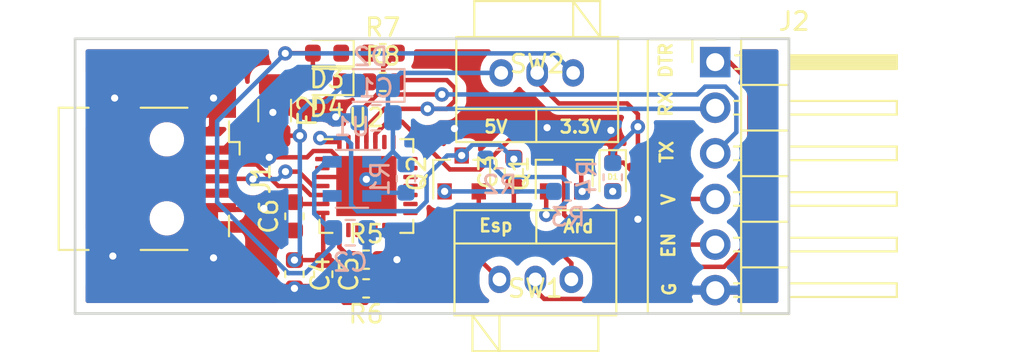
<source format=kicad_pcb>
(kicad_pcb (version 20171130) (host pcbnew "(5.1.6)-1")

  (general
    (thickness 1.6)
    (drawings 26)
    (tracks 206)
    (zones 0)
    (modules 27)
    (nets 45)
  )

  (page A4)
  (layers
    (0 F.Cu signal)
    (31 B.Cu signal)
    (32 B.Adhes user)
    (33 F.Adhes user)
    (34 B.Paste user)
    (35 F.Paste user)
    (36 B.SilkS user)
    (37 F.SilkS user)
    (38 B.Mask user)
    (39 F.Mask user)
    (40 Dwgs.User user)
    (41 Cmts.User user)
    (42 Eco1.User user)
    (43 Eco2.User user)
    (44 Edge.Cuts user)
    (45 Margin user)
    (46 B.CrtYd user)
    (47 F.CrtYd user)
    (48 B.Fab user)
    (49 F.Fab user)
  )

  (setup
    (last_trace_width 0.25)
    (trace_clearance 0.2)
    (zone_clearance 0.508)
    (zone_45_only no)
    (trace_min 0.2)
    (via_size 0.8)
    (via_drill 0.4)
    (via_min_size 0.4)
    (via_min_drill 0.3)
    (uvia_size 0.3)
    (uvia_drill 0.1)
    (uvias_allowed no)
    (uvia_min_size 0.2)
    (uvia_min_drill 0.1)
    (edge_width 0.05)
    (segment_width 0.2)
    (pcb_text_width 0.3)
    (pcb_text_size 1.5 1.5)
    (mod_edge_width 0.12)
    (mod_text_size 1 1)
    (mod_text_width 0.15)
    (pad_size 1.524 1.524)
    (pad_drill 0.762)
    (pad_to_mask_clearance 0.05)
    (aux_axis_origin 0 0)
    (visible_elements 7FFFFFFF)
    (pcbplotparams
      (layerselection 0x010fc_ffffffff)
      (usegerberextensions false)
      (usegerberattributes false)
      (usegerberadvancedattributes true)
      (creategerberjobfile false)
      (excludeedgelayer true)
      (linewidth 0.100000)
      (plotframeref false)
      (viasonmask false)
      (mode 1)
      (useauxorigin false)
      (hpglpennumber 1)
      (hpglpenspeed 20)
      (hpglpendiameter 15.000000)
      (psnegative false)
      (psa4output false)
      (plotreference false)
      (plotvalue false)
      (plotinvisibletext false)
      (padsonsilk false)
      (subtractmaskfromsilk false)
      (outputformat 1)
      (mirror false)
      (drillshape 0)
      (scaleselection 1)
      (outputdirectory "Fabrication/Gerber/"))
  )

  (net 0 "")
  (net 1 GND)
  (net 2 /CP2102N-GQFN28/5V)
  (net 3 /CP2102N-GQFN28/DTR)
  (net 4 "Net-(C3-Pad1)")
  (net 5 "Net-(C4-Pad1)")
  (net 6 /CP2102N-GQFN28/VDD)
  (net 7 "Net-(D1-Pad2)")
  (net 8 "Net-(D3-Pad1)")
  (net 9 "Net-(D4-Pad1)")
  (net 10 /CP2102N-GQFN28/VBUS)
  (net 11 /CP2102N-GQFN28/D-)
  (net 12 /CP2102N-GQFN28/D+)
  (net 13 "Net-(J1-Pad4)")
  (net 14 /DTR)
  (net 15 /RX)
  (net 16 /TX)
  (net 17 /VCC)
  (net 18 /EN)
  (net 19 /CP2102N-GQFN28/RST)
  (net 20 "Net-(Q1-Pad1)")
  (net 21 "Net-(Q2-Pad1)")
  (net 22 "Net-(Q2-Pad2)")
  (net 23 "Net-(R1-Pad2)")
  (net 24 "Net-(R5-Pad1)")
  (net 25 "Net-(U1-Pad4)")
  (net 26 "Net-(U2-Pad1)")
  (net 27 "Net-(U2-Pad2)")
  (net 28 "Net-(U2-Pad9)")
  (net 29 "Net-(U2-Pad10)")
  (net 30 "Net-(U2-Pad11)")
  (net 31 "Net-(U2-Pad12)")
  (net 32 "Net-(U2-Pad13)")
  (net 33 "Net-(U2-Pad14)")
  (net 34 "Net-(U2-Pad15)")
  (net 35 "Net-(U2-Pad16)")
  (net 36 "Net-(U2-Pad17)")
  (net 37 "Net-(U2-Pad18)")
  (net 38 "Net-(U2-Pad19)")
  (net 39 "Net-(U2-Pad20)")
  (net 40 "Net-(U2-Pad21)")
  (net 41 "Net-(U2-Pad22)")
  (net 42 /CP2102N-GQFN28/CTS)
  (net 43 "Net-(U2-Pad27)")
  (net 44 +3V3)

  (net_class Default "This is the default net class."
    (clearance 0.2)
    (trace_width 0.25)
    (via_dia 0.8)
    (via_drill 0.4)
    (uvia_dia 0.3)
    (uvia_drill 0.1)
    (add_net +3V3)
    (add_net /CP2102N-GQFN28/5V)
    (add_net /CP2102N-GQFN28/CTS)
    (add_net /CP2102N-GQFN28/D+)
    (add_net /CP2102N-GQFN28/D-)
    (add_net /CP2102N-GQFN28/DTR)
    (add_net /CP2102N-GQFN28/RST)
    (add_net /CP2102N-GQFN28/VBUS)
    (add_net /CP2102N-GQFN28/VDD)
    (add_net /DTR)
    (add_net /EN)
    (add_net /RX)
    (add_net /TX)
    (add_net /VCC)
    (add_net GND)
    (add_net "Net-(C3-Pad1)")
    (add_net "Net-(C4-Pad1)")
    (add_net "Net-(D1-Pad2)")
    (add_net "Net-(D3-Pad1)")
    (add_net "Net-(D4-Pad1)")
    (add_net "Net-(J1-Pad4)")
    (add_net "Net-(Q1-Pad1)")
    (add_net "Net-(Q2-Pad1)")
    (add_net "Net-(Q2-Pad2)")
    (add_net "Net-(R1-Pad2)")
    (add_net "Net-(R5-Pad1)")
    (add_net "Net-(U1-Pad4)")
    (add_net "Net-(U2-Pad1)")
    (add_net "Net-(U2-Pad10)")
    (add_net "Net-(U2-Pad11)")
    (add_net "Net-(U2-Pad12)")
    (add_net "Net-(U2-Pad13)")
    (add_net "Net-(U2-Pad14)")
    (add_net "Net-(U2-Pad15)")
    (add_net "Net-(U2-Pad16)")
    (add_net "Net-(U2-Pad17)")
    (add_net "Net-(U2-Pad18)")
    (add_net "Net-(U2-Pad19)")
    (add_net "Net-(U2-Pad2)")
    (add_net "Net-(U2-Pad20)")
    (add_net "Net-(U2-Pad21)")
    (add_net "Net-(U2-Pad22)")
    (add_net "Net-(U2-Pad27)")
    (add_net "Net-(U2-Pad9)")
  )

  (module Capacitor_SMD:C_0805_2012Metric (layer B.Cu) (tedit 5B36C52B) (tstamp 6065260A)
    (at 132.0375 84.7 180)
    (descr "Capacitor SMD 0805 (2012 Metric), square (rectangular) end terminal, IPC_7351 nominal, (Body size source: https://docs.google.com/spreadsheets/d/1BsfQQcO9C6DZCsRaXUlFlo91Tg2WpOkGARC1WS5S8t0/edit?usp=sharing), generated with kicad-footprint-generator")
    (tags capacitor)
    (path /606A4FFF)
    (attr smd)
    (fp_text reference C1 (at 0 1.65) (layer B.SilkS)
      (effects (font (size 1 1) (thickness 0.15)) (justify mirror))
    )
    (fp_text value 10u (at 0 -1.65) (layer B.Fab)
      (effects (font (size 1 1) (thickness 0.15)) (justify mirror))
    )
    (fp_line (start 1.68 -0.95) (end -1.68 -0.95) (layer B.CrtYd) (width 0.05))
    (fp_line (start 1.68 0.95) (end 1.68 -0.95) (layer B.CrtYd) (width 0.05))
    (fp_line (start -1.68 0.95) (end 1.68 0.95) (layer B.CrtYd) (width 0.05))
    (fp_line (start -1.68 -0.95) (end -1.68 0.95) (layer B.CrtYd) (width 0.05))
    (fp_line (start -0.258578 -0.71) (end 0.258578 -0.71) (layer B.SilkS) (width 0.12))
    (fp_line (start -0.258578 0.71) (end 0.258578 0.71) (layer B.SilkS) (width 0.12))
    (fp_line (start 1 -0.6) (end -1 -0.6) (layer B.Fab) (width 0.1))
    (fp_line (start 1 0.6) (end 1 -0.6) (layer B.Fab) (width 0.1))
    (fp_line (start -1 0.6) (end 1 0.6) (layer B.Fab) (width 0.1))
    (fp_line (start -1 -0.6) (end -1 0.6) (layer B.Fab) (width 0.1))
    (fp_text user %R (at 0 0) (layer B.Fab)
      (effects (font (size 0.5 0.5) (thickness 0.08)) (justify mirror))
    )
    (pad 2 smd roundrect (at 0.9375 0 180) (size 0.975 1.4) (layers B.Cu B.Paste B.Mask) (roundrect_rratio 0.25)
      (net 1 GND))
    (pad 1 smd roundrect (at -0.9375 0 180) (size 0.975 1.4) (layers B.Cu B.Paste B.Mask) (roundrect_rratio 0.25)
      (net 2 /CP2102N-GQFN28/5V))
    (model ${KISYS3DMOD}/Capacitor_SMD.3dshapes/C_0805_2012Metric.wrl
      (at (xyz 0 0 0))
      (scale (xyz 1 1 1))
      (rotate (xyz 0 0 0))
    )
  )

  (module Capacitor_SMD:C_0805_2012Metric (layer B.Cu) (tedit 5B36C52B) (tstamp 6065261B)
    (at 130.6 91.1)
    (descr "Capacitor SMD 0805 (2012 Metric), square (rectangular) end terminal, IPC_7351 nominal, (Body size source: https://docs.google.com/spreadsheets/d/1BsfQQcO9C6DZCsRaXUlFlo91Tg2WpOkGARC1WS5S8t0/edit?usp=sharing), generated with kicad-footprint-generator")
    (tags capacitor)
    (path /606AC0EB)
    (attr smd)
    (fp_text reference C2 (at 0 1.65) (layer B.SilkS)
      (effects (font (size 1 1) (thickness 0.15)) (justify mirror))
    )
    (fp_text value 10u (at 0 -1.65) (layer B.Fab)
      (effects (font (size 1 1) (thickness 0.15)) (justify mirror))
    )
    (fp_line (start -1 -0.6) (end -1 0.6) (layer B.Fab) (width 0.1))
    (fp_line (start -1 0.6) (end 1 0.6) (layer B.Fab) (width 0.1))
    (fp_line (start 1 0.6) (end 1 -0.6) (layer B.Fab) (width 0.1))
    (fp_line (start 1 -0.6) (end -1 -0.6) (layer B.Fab) (width 0.1))
    (fp_line (start -0.258578 0.71) (end 0.258578 0.71) (layer B.SilkS) (width 0.12))
    (fp_line (start -0.258578 -0.71) (end 0.258578 -0.71) (layer B.SilkS) (width 0.12))
    (fp_line (start -1.68 -0.95) (end -1.68 0.95) (layer B.CrtYd) (width 0.05))
    (fp_line (start -1.68 0.95) (end 1.68 0.95) (layer B.CrtYd) (width 0.05))
    (fp_line (start 1.68 0.95) (end 1.68 -0.95) (layer B.CrtYd) (width 0.05))
    (fp_line (start 1.68 -0.95) (end -1.68 -0.95) (layer B.CrtYd) (width 0.05))
    (fp_text user %R (at 0 0) (layer B.Fab)
      (effects (font (size 0.5 0.5) (thickness 0.08)) (justify mirror))
    )
    (pad 1 smd roundrect (at -0.9375 0) (size 0.975 1.4) (layers B.Cu B.Paste B.Mask) (roundrect_rratio 0.25)
      (net 44 +3V3))
    (pad 2 smd roundrect (at 0.9375 0) (size 0.975 1.4) (layers B.Cu B.Paste B.Mask) (roundrect_rratio 0.25)
      (net 1 GND))
    (model ${KISYS3DMOD}/Capacitor_SMD.3dshapes/C_0805_2012Metric.wrl
      (at (xyz 0 0 0))
      (scale (xyz 1 1 1))
      (rotate (xyz 0 0 0))
    )
  )

  (module Capacitor_SMD:C_0603_1608Metric (layer F.Cu) (tedit 5B301BBE) (tstamp 6065262C)
    (at 139.7 87.7125 90)
    (descr "Capacitor SMD 0603 (1608 Metric), square (rectangular) end terminal, IPC_7351 nominal, (Body size source: http://www.tortai-tech.com/upload/download/2011102023233369053.pdf), generated with kicad-footprint-generator")
    (tags capacitor)
    (path /6068EFEB)
    (attr smd)
    (fp_text reference C3 (at 0 -1.43 90) (layer F.SilkS)
      (effects (font (size 1 1) (thickness 0.15)))
    )
    (fp_text value 100n (at 0 1.43 90) (layer F.Fab)
      (effects (font (size 1 1) (thickness 0.15)))
    )
    (fp_line (start 1.48 0.73) (end -1.48 0.73) (layer F.CrtYd) (width 0.05))
    (fp_line (start 1.48 -0.73) (end 1.48 0.73) (layer F.CrtYd) (width 0.05))
    (fp_line (start -1.48 -0.73) (end 1.48 -0.73) (layer F.CrtYd) (width 0.05))
    (fp_line (start -1.48 0.73) (end -1.48 -0.73) (layer F.CrtYd) (width 0.05))
    (fp_line (start -0.162779 0.51) (end 0.162779 0.51) (layer F.SilkS) (width 0.12))
    (fp_line (start -0.162779 -0.51) (end 0.162779 -0.51) (layer F.SilkS) (width 0.12))
    (fp_line (start 0.8 0.4) (end -0.8 0.4) (layer F.Fab) (width 0.1))
    (fp_line (start 0.8 -0.4) (end 0.8 0.4) (layer F.Fab) (width 0.1))
    (fp_line (start -0.8 -0.4) (end 0.8 -0.4) (layer F.Fab) (width 0.1))
    (fp_line (start -0.8 0.4) (end -0.8 -0.4) (layer F.Fab) (width 0.1))
    (fp_text user %R (at 0 0 90) (layer F.Fab)
      (effects (font (size 0.4 0.4) (thickness 0.06)))
    )
    (pad 2 smd roundrect (at 0.7875 0 90) (size 0.875 0.95) (layers F.Cu F.Paste F.Mask) (roundrect_rratio 0.25)
      (net 3 /CP2102N-GQFN28/DTR))
    (pad 1 smd roundrect (at -0.7875 0 90) (size 0.875 0.95) (layers F.Cu F.Paste F.Mask) (roundrect_rratio 0.25)
      (net 4 "Net-(C3-Pad1)"))
    (model ${KISYS3DMOD}/Capacitor_SMD.3dshapes/C_0603_1608Metric.wrl
      (at (xyz 0 0 0))
      (scale (xyz 1 1 1))
      (rotate (xyz 0 0 0))
    )
  )

  (module Capacitor_SMD:C_0603_1608Metric (layer F.Cu) (tedit 5B301BBE) (tstamp 6065263D)
    (at 127.5 93.4125 270)
    (descr "Capacitor SMD 0603 (1608 Metric), square (rectangular) end terminal, IPC_7351 nominal, (Body size source: http://www.tortai-tech.com/upload/download/2011102023233369053.pdf), generated with kicad-footprint-generator")
    (tags capacitor)
    (path /60655583/60205702)
    (attr smd)
    (fp_text reference C4 (at 0 -1.43 90) (layer F.SilkS)
      (effects (font (size 1 1) (thickness 0.15)))
    )
    (fp_text value 100n (at 0 1.43 90) (layer F.Fab)
      (effects (font (size 1 1) (thickness 0.15)))
    )
    (fp_line (start -0.8 0.4) (end -0.8 -0.4) (layer F.Fab) (width 0.1))
    (fp_line (start -0.8 -0.4) (end 0.8 -0.4) (layer F.Fab) (width 0.1))
    (fp_line (start 0.8 -0.4) (end 0.8 0.4) (layer F.Fab) (width 0.1))
    (fp_line (start 0.8 0.4) (end -0.8 0.4) (layer F.Fab) (width 0.1))
    (fp_line (start -0.162779 -0.51) (end 0.162779 -0.51) (layer F.SilkS) (width 0.12))
    (fp_line (start -0.162779 0.51) (end 0.162779 0.51) (layer F.SilkS) (width 0.12))
    (fp_line (start -1.48 0.73) (end -1.48 -0.73) (layer F.CrtYd) (width 0.05))
    (fp_line (start -1.48 -0.73) (end 1.48 -0.73) (layer F.CrtYd) (width 0.05))
    (fp_line (start 1.48 -0.73) (end 1.48 0.73) (layer F.CrtYd) (width 0.05))
    (fp_line (start 1.48 0.73) (end -1.48 0.73) (layer F.CrtYd) (width 0.05))
    (fp_text user %R (at 0 0 90) (layer F.Fab)
      (effects (font (size 0.4 0.4) (thickness 0.06)))
    )
    (pad 1 smd roundrect (at -0.7875 0 270) (size 0.875 0.95) (layers F.Cu F.Paste F.Mask) (roundrect_rratio 0.25)
      (net 5 "Net-(C4-Pad1)"))
    (pad 2 smd roundrect (at 0.7875 0 270) (size 0.875 0.95) (layers F.Cu F.Paste F.Mask) (roundrect_rratio 0.25)
      (net 1 GND))
    (model ${KISYS3DMOD}/Capacitor_SMD.3dshapes/C_0603_1608Metric.wrl
      (at (xyz 0 0 0))
      (scale (xyz 1 1 1))
      (rotate (xyz 0 0 0))
    )
  )

  (module Capacitor_SMD:C_0603_1608Metric (layer F.Cu) (tedit 5B301BBE) (tstamp 6065264E)
    (at 129.1 93.4125 270)
    (descr "Capacitor SMD 0603 (1608 Metric), square (rectangular) end terminal, IPC_7351 nominal, (Body size source: http://www.tortai-tech.com/upload/download/2011102023233369053.pdf), generated with kicad-footprint-generator")
    (tags capacitor)
    (path /60655583/60205713)
    (attr smd)
    (fp_text reference C5 (at 0 -1.43 90) (layer F.SilkS)
      (effects (font (size 1 1) (thickness 0.15)))
    )
    (fp_text value 1u (at 0 1.43 90) (layer F.Fab)
      (effects (font (size 1 1) (thickness 0.15)))
    )
    (fp_line (start 1.48 0.73) (end -1.48 0.73) (layer F.CrtYd) (width 0.05))
    (fp_line (start 1.48 -0.73) (end 1.48 0.73) (layer F.CrtYd) (width 0.05))
    (fp_line (start -1.48 -0.73) (end 1.48 -0.73) (layer F.CrtYd) (width 0.05))
    (fp_line (start -1.48 0.73) (end -1.48 -0.73) (layer F.CrtYd) (width 0.05))
    (fp_line (start -0.162779 0.51) (end 0.162779 0.51) (layer F.SilkS) (width 0.12))
    (fp_line (start -0.162779 -0.51) (end 0.162779 -0.51) (layer F.SilkS) (width 0.12))
    (fp_line (start 0.8 0.4) (end -0.8 0.4) (layer F.Fab) (width 0.1))
    (fp_line (start 0.8 -0.4) (end 0.8 0.4) (layer F.Fab) (width 0.1))
    (fp_line (start -0.8 -0.4) (end 0.8 -0.4) (layer F.Fab) (width 0.1))
    (fp_line (start -0.8 0.4) (end -0.8 -0.4) (layer F.Fab) (width 0.1))
    (fp_text user %R (at 0 0 90) (layer F.Fab)
      (effects (font (size 0.4 0.4) (thickness 0.06)))
    )
    (pad 2 smd roundrect (at 0.7875 0 270) (size 0.875 0.95) (layers F.Cu F.Paste F.Mask) (roundrect_rratio 0.25)
      (net 1 GND))
    (pad 1 smd roundrect (at -0.7875 0 270) (size 0.875 0.95) (layers F.Cu F.Paste F.Mask) (roundrect_rratio 0.25)
      (net 5 "Net-(C4-Pad1)"))
    (model ${KISYS3DMOD}/Capacitor_SMD.3dshapes/C_0603_1608Metric.wrl
      (at (xyz 0 0 0))
      (scale (xyz 1 1 1))
      (rotate (xyz 0 0 0))
    )
  )

  (module Capacitor_SMD:C_0603_1608Metric (layer F.Cu) (tedit 5B301BBE) (tstamp 6065265F)
    (at 127.5 90.1875 90)
    (descr "Capacitor SMD 0603 (1608 Metric), square (rectangular) end terminal, IPC_7351 nominal, (Body size source: http://www.tortai-tech.com/upload/download/2011102023233369053.pdf), generated with kicad-footprint-generator")
    (tags capacitor)
    (path /60655583/6020571C)
    (attr smd)
    (fp_text reference C6 (at 0 -1.43 90) (layer F.SilkS)
      (effects (font (size 1 1) (thickness 0.15)))
    )
    (fp_text value 100n (at 0 1.43 90) (layer F.Fab)
      (effects (font (size 1 1) (thickness 0.15)))
    )
    (fp_line (start -0.8 0.4) (end -0.8 -0.4) (layer F.Fab) (width 0.1))
    (fp_line (start -0.8 -0.4) (end 0.8 -0.4) (layer F.Fab) (width 0.1))
    (fp_line (start 0.8 -0.4) (end 0.8 0.4) (layer F.Fab) (width 0.1))
    (fp_line (start 0.8 0.4) (end -0.8 0.4) (layer F.Fab) (width 0.1))
    (fp_line (start -0.162779 -0.51) (end 0.162779 -0.51) (layer F.SilkS) (width 0.12))
    (fp_line (start -0.162779 0.51) (end 0.162779 0.51) (layer F.SilkS) (width 0.12))
    (fp_line (start -1.48 0.73) (end -1.48 -0.73) (layer F.CrtYd) (width 0.05))
    (fp_line (start -1.48 -0.73) (end 1.48 -0.73) (layer F.CrtYd) (width 0.05))
    (fp_line (start 1.48 -0.73) (end 1.48 0.73) (layer F.CrtYd) (width 0.05))
    (fp_line (start 1.48 0.73) (end -1.48 0.73) (layer F.CrtYd) (width 0.05))
    (fp_text user %R (at 0 0 90) (layer F.Fab)
      (effects (font (size 0.4 0.4) (thickness 0.06)))
    )
    (pad 1 smd roundrect (at -0.7875 0 90) (size 0.875 0.95) (layers F.Cu F.Paste F.Mask) (roundrect_rratio 0.25)
      (net 1 GND))
    (pad 2 smd roundrect (at 0.7875 0 90) (size 0.875 0.95) (layers F.Cu F.Paste F.Mask) (roundrect_rratio 0.25)
      (net 6 /CP2102N-GQFN28/VDD))
    (model ${KISYS3DMOD}/Capacitor_SMD.3dshapes/C_0603_1608Metric.wrl
      (at (xyz 0 0 0))
      (scale (xyz 1 1 1))
      (rotate (xyz 0 0 0))
    )
  )

  (module LED_SMD:LED_0603_1608Metric (layer F.Cu) (tedit 5B301BBE) (tstamp 60652672)
    (at 145.2 87.9875 270)
    (descr "LED SMD 0603 (1608 Metric), square (rectangular) end terminal, IPC_7351 nominal, (Body size source: http://www.tortai-tech.com/upload/download/2011102023233369053.pdf), generated with kicad-footprint-generator")
    (tags diode)
    (path /606B93E7)
    (attr smd)
    (fp_text reference D1 (at 0 0 180) (layer F.SilkS)
      (effects (font (size 0.3 0.3) (thickness 0.075)))
    )
    (fp_text value R (at 0 1.43 90) (layer F.Fab)
      (effects (font (size 1 1) (thickness 0.15)))
    )
    (fp_line (start 1.48 0.73) (end -1.48 0.73) (layer F.CrtYd) (width 0.05))
    (fp_line (start 1.48 -0.73) (end 1.48 0.73) (layer F.CrtYd) (width 0.05))
    (fp_line (start -1.48 -0.73) (end 1.48 -0.73) (layer F.CrtYd) (width 0.05))
    (fp_line (start -1.48 0.73) (end -1.48 -0.73) (layer F.CrtYd) (width 0.05))
    (fp_line (start -1.485 0.735) (end 0.8 0.735) (layer F.SilkS) (width 0.12))
    (fp_line (start -1.485 -0.735) (end -1.485 0.735) (layer F.SilkS) (width 0.12))
    (fp_line (start 0.8 -0.735) (end -1.485 -0.735) (layer F.SilkS) (width 0.12))
    (fp_line (start 0.8 0.4) (end 0.8 -0.4) (layer F.Fab) (width 0.1))
    (fp_line (start -0.8 0.4) (end 0.8 0.4) (layer F.Fab) (width 0.1))
    (fp_line (start -0.8 -0.1) (end -0.8 0.4) (layer F.Fab) (width 0.1))
    (fp_line (start -0.5 -0.4) (end -0.8 -0.1) (layer F.Fab) (width 0.1))
    (fp_line (start 0.8 -0.4) (end -0.5 -0.4) (layer F.Fab) (width 0.1))
    (fp_text user %R (at 0 0 90) (layer F.Fab)
      (effects (font (size 0.4 0.4) (thickness 0.06)))
    )
    (pad 2 smd roundrect (at 0.7875 0 270) (size 0.875 0.95) (layers F.Cu F.Paste F.Mask) (roundrect_rratio 0.25)
      (net 7 "Net-(D1-Pad2)"))
    (pad 1 smd roundrect (at -0.7875 0 270) (size 0.875 0.95) (layers F.Cu F.Paste F.Mask) (roundrect_rratio 0.25)
      (net 1 GND))
    (model ${KISYS3DMOD}/LED_SMD.3dshapes/LED_0603_1608Metric.wrl
      (at (xyz 0 0 0))
      (scale (xyz 1 1 1))
      (rotate (xyz 0 0 0))
    )
  )

  (module LED_SMD:LED_0603_1608Metric (layer F.Cu) (tedit 5B301BBE) (tstamp 60652698)
    (at 129.3125 81.1 180)
    (descr "LED SMD 0603 (1608 Metric), square (rectangular) end terminal, IPC_7351 nominal, (Body size source: http://www.tortai-tech.com/upload/download/2011102023233369053.pdf), generated with kicad-footprint-generator")
    (tags diode)
    (path /60655583/60663285)
    (attr smd)
    (fp_text reference D3 (at 0 -1.43) (layer F.SilkS)
      (effects (font (size 1 1) (thickness 0.15)))
    )
    (fp_text value B (at 0 1.43) (layer F.Fab)
      (effects (font (size 1 1) (thickness 0.15)))
    )
    (fp_line (start 0.8 -0.4) (end -0.5 -0.4) (layer F.Fab) (width 0.1))
    (fp_line (start -0.5 -0.4) (end -0.8 -0.1) (layer F.Fab) (width 0.1))
    (fp_line (start -0.8 -0.1) (end -0.8 0.4) (layer F.Fab) (width 0.1))
    (fp_line (start -0.8 0.4) (end 0.8 0.4) (layer F.Fab) (width 0.1))
    (fp_line (start 0.8 0.4) (end 0.8 -0.4) (layer F.Fab) (width 0.1))
    (fp_line (start 0.8 -0.735) (end -1.485 -0.735) (layer F.SilkS) (width 0.12))
    (fp_line (start -1.485 -0.735) (end -1.485 0.735) (layer F.SilkS) (width 0.12))
    (fp_line (start -1.485 0.735) (end 0.8 0.735) (layer F.SilkS) (width 0.12))
    (fp_line (start -1.48 0.73) (end -1.48 -0.73) (layer F.CrtYd) (width 0.05))
    (fp_line (start -1.48 -0.73) (end 1.48 -0.73) (layer F.CrtYd) (width 0.05))
    (fp_line (start 1.48 -0.73) (end 1.48 0.73) (layer F.CrtYd) (width 0.05))
    (fp_line (start 1.48 0.73) (end -1.48 0.73) (layer F.CrtYd) (width 0.05))
    (fp_text user %R (at 0 0) (layer F.Fab)
      (effects (font (size 0.4 0.4) (thickness 0.06)))
    )
    (pad 1 smd roundrect (at -0.7875 0 180) (size 0.875 0.95) (layers F.Cu F.Paste F.Mask) (roundrect_rratio 0.25)
      (net 8 "Net-(D3-Pad1)"))
    (pad 2 smd roundrect (at 0.7875 0 180) (size 0.875 0.95) (layers F.Cu F.Paste F.Mask) (roundrect_rratio 0.25)
      (net 44 +3V3))
    (model ${KISYS3DMOD}/LED_SMD.3dshapes/LED_0603_1608Metric.wrl
      (at (xyz 0 0 0))
      (scale (xyz 1 1 1))
      (rotate (xyz 0 0 0))
    )
  )

  (module LED_SMD:LED_0603_1608Metric (layer F.Cu) (tedit 5B301BBE) (tstamp 606526AB)
    (at 129.3 82.7 180)
    (descr "LED SMD 0603 (1608 Metric), square (rectangular) end terminal, IPC_7351 nominal, (Body size source: http://www.tortai-tech.com/upload/download/2011102023233369053.pdf), generated with kicad-footprint-generator")
    (tags diode)
    (path /60655583/6066450A)
    (attr smd)
    (fp_text reference D4 (at 0 -1.43) (layer F.SilkS)
      (effects (font (size 1 1) (thickness 0.15)))
    )
    (fp_text value B (at 0 1.43) (layer F.Fab)
      (effects (font (size 1 1) (thickness 0.15)))
    )
    (fp_line (start 1.48 0.73) (end -1.48 0.73) (layer F.CrtYd) (width 0.05))
    (fp_line (start 1.48 -0.73) (end 1.48 0.73) (layer F.CrtYd) (width 0.05))
    (fp_line (start -1.48 -0.73) (end 1.48 -0.73) (layer F.CrtYd) (width 0.05))
    (fp_line (start -1.48 0.73) (end -1.48 -0.73) (layer F.CrtYd) (width 0.05))
    (fp_line (start -1.485 0.735) (end 0.8 0.735) (layer F.SilkS) (width 0.12))
    (fp_line (start -1.485 -0.735) (end -1.485 0.735) (layer F.SilkS) (width 0.12))
    (fp_line (start 0.8 -0.735) (end -1.485 -0.735) (layer F.SilkS) (width 0.12))
    (fp_line (start 0.8 0.4) (end 0.8 -0.4) (layer F.Fab) (width 0.1))
    (fp_line (start -0.8 0.4) (end 0.8 0.4) (layer F.Fab) (width 0.1))
    (fp_line (start -0.8 -0.1) (end -0.8 0.4) (layer F.Fab) (width 0.1))
    (fp_line (start -0.5 -0.4) (end -0.8 -0.1) (layer F.Fab) (width 0.1))
    (fp_line (start 0.8 -0.4) (end -0.5 -0.4) (layer F.Fab) (width 0.1))
    (fp_text user %R (at 0 0) (layer F.Fab)
      (effects (font (size 0.4 0.4) (thickness 0.06)))
    )
    (pad 2 smd roundrect (at 0.7875 0 180) (size 0.875 0.95) (layers F.Cu F.Paste F.Mask) (roundrect_rratio 0.25)
      (net 44 +3V3))
    (pad 1 smd roundrect (at -0.7875 0 180) (size 0.875 0.95) (layers F.Cu F.Paste F.Mask) (roundrect_rratio 0.25)
      (net 9 "Net-(D4-Pad1)"))
    (model ${KISYS3DMOD}/LED_SMD.3dshapes/LED_0603_1608Metric.wrl
      (at (xyz 0 0 0))
      (scale (xyz 1 1 1))
      (rotate (xyz 0 0 0))
    )
  )

  (module Connector_USB:USB_Mini-B_Wuerth_65100516121_Horizontal (layer F.Cu) (tedit 5D90ED94) (tstamp 606526FD)
    (at 120.4 88.1 270)
    (descr "Mini USB 2.0 Type B SMT Horizontal 5 Contacts (https://katalog.we-online.de/em/datasheet/65100516121.pdf)")
    (tags "Mini USB 2.0 Type B")
    (path /606568C1)
    (attr smd)
    (fp_text reference J1 (at 0 -5.25 90) (layer F.SilkS)
      (effects (font (size 1 1) (thickness 0.15)))
    )
    (fp_text value USB_B_Mini (at 0 7.35 90) (layer F.Fab)
      (effects (font (size 1 1) (thickness 0.15)))
    )
    (fp_line (start -3.85 -3.35) (end -1.9 -3.35) (layer F.Fab) (width 0.1))
    (fp_line (start 3.85 -3.35) (end 3.85 5.9) (layer F.Fab) (width 0.1))
    (fp_line (start 3.85 5.9) (end -3.85 5.9) (layer F.Fab) (width 0.1))
    (fp_line (start -3.85 5.9) (end -3.85 -3.35) (layer F.Fab) (width 0.1))
    (fp_line (start -3.96 1.45) (end -3.96 -1.15) (layer F.SilkS) (width 0.12))
    (fp_line (start 3.96 -1.15) (end 3.96 1.45) (layer F.SilkS) (width 0.12))
    (fp_line (start -3.2 -3.46) (end -2.05 -3.46) (layer F.SilkS) (width 0.12))
    (fp_line (start -2.05 -3.46) (end -2.05 -4.05) (layer F.SilkS) (width 0.12))
    (fp_line (start -2.05 -4.05) (end -1.35 -4.05) (layer F.SilkS) (width 0.12))
    (fp_line (start 2.05 -3.46) (end 3.2 -3.46) (layer F.SilkS) (width 0.12))
    (fp_line (start -3.96 4.35) (end -3.96 6.01) (layer F.SilkS) (width 0.12))
    (fp_line (start -3.96 6.01) (end 3.96 6.01) (layer F.SilkS) (width 0.12))
    (fp_line (start 3.96 6.01) (end 3.96 4.35) (layer F.SilkS) (width 0.12))
    (fp_line (start -5.9 -0.85) (end -5.9 -4.35) (layer F.CrtYd) (width 0.05))
    (fp_line (start -5.9 -4.35) (end 5.9 -4.35) (layer F.CrtYd) (width 0.05))
    (fp_line (start 5.9 -4.35) (end 5.9 -0.85) (layer F.CrtYd) (width 0.05))
    (fp_line (start 4.35 6.4) (end -4.35 6.4) (layer F.CrtYd) (width 0.05))
    (fp_line (start -1.9 -3.35) (end -1.6 -2.85) (layer F.Fab) (width 0.1))
    (fp_line (start -1.6 -2.85) (end -1.3 -3.35) (layer F.Fab) (width 0.1))
    (fp_line (start -1.3 -3.35) (end 3.85 -3.35) (layer F.Fab) (width 0.1))
    (fp_line (start -4.35 6.4) (end -4.35 4.65) (layer F.CrtYd) (width 0.05))
    (fp_line (start 4.35 4.65) (end 4.35 6.4) (layer F.CrtYd) (width 0.05))
    (fp_line (start -4.35 1.15) (end -4.35 -0.85) (layer F.CrtYd) (width 0.05))
    (fp_line (start 4.35 -0.85) (end 4.35 1.15) (layer F.CrtYd) (width 0.05))
    (fp_line (start 5.9 4.65) (end 4.35 4.65) (layer F.CrtYd) (width 0.05))
    (fp_line (start 4.35 1.15) (end 5.9 1.15) (layer F.CrtYd) (width 0.05))
    (fp_line (start 5.9 -0.85) (end 4.35 -0.85) (layer F.CrtYd) (width 0.05))
    (fp_line (start 5.9 1.15) (end 5.9 4.65) (layer F.CrtYd) (width 0.05))
    (fp_line (start -4.35 4.65) (end -5.89 4.65) (layer F.CrtYd) (width 0.05))
    (fp_line (start -5.9 1.15) (end -4.35 1.15) (layer F.CrtYd) (width 0.05))
    (fp_line (start -4.35 -0.85) (end -5.9 -0.85) (layer F.CrtYd) (width 0.05))
    (fp_line (start -5.89 4.65) (end -5.9 1.15) (layer F.CrtYd) (width 0.05))
    (fp_text user %R (at 0 0 90) (layer F.Fab)
      (effects (font (size 1 1) (thickness 0.15)))
    )
    (pad 6 smd rect (at -4.4 2.9 270) (size 2 2.5) (layers F.Cu F.Paste F.Mask)
      (net 1 GND))
    (pad 6 smd rect (at 4.4 2.9 270) (size 2 2.5) (layers F.Cu F.Paste F.Mask)
      (net 1 GND))
    (pad 6 smd rect (at -4.4 -2.6 270) (size 2 2.5) (layers F.Cu F.Paste F.Mask)
      (net 1 GND))
    (pad 6 smd rect (at 4.4 -2.6 270) (size 2 2.5) (layers F.Cu F.Paste F.Mask)
      (net 1 GND))
    (pad 1 smd rect (at -1.6 -2.6 270) (size 0.5 2.5) (layers F.Cu F.Paste F.Mask)
      (net 10 /CP2102N-GQFN28/VBUS))
    (pad 2 smd rect (at -0.8 -2.6 270) (size 0.5 2.5) (layers F.Cu F.Paste F.Mask)
      (net 11 /CP2102N-GQFN28/D-))
    (pad 3 smd rect (at 0 -2.6 270) (size 0.5 2.5) (layers F.Cu F.Paste F.Mask)
      (net 12 /CP2102N-GQFN28/D+))
    (pad 4 smd rect (at 0.8 -2.6 270) (size 0.5 2.5) (layers F.Cu F.Paste F.Mask)
      (net 13 "Net-(J1-Pad4)"))
    (pad 5 smd rect (at 1.6 -2.6 270) (size 0.5 2.5) (layers F.Cu F.Paste F.Mask)
      (net 1 GND))
    (pad "" np_thru_hole circle (at -2.2 0 270) (size 0.9 0.9) (drill 0.9) (layers *.Cu *.Mask))
    (pad "" np_thru_hole circle (at 2.2 0 270) (size 0.9 0.9) (drill 0.9) (layers *.Cu *.Mask))
    (model ${KISYS3DMOD}/Connector_USB.3dshapes/USB_Mini-B_Wuerth_65100516121_Horizontal.wrl
      (at (xyz 0 0 0))
      (scale (xyz 1 1 1))
      (rotate (xyz 0 0 0))
    )
  )

  (module Connector_PinHeader_2.54mm:PinHeader_1x06_P2.54mm_Horizontal (layer F.Cu) (tedit 59FED5CB) (tstamp 60652764)
    (at 150.9 81.6)
    (descr "Through hole angled pin header, 1x06, 2.54mm pitch, 6mm pin length, single row")
    (tags "Through hole angled pin header THT 1x06 2.54mm single row")
    (path /60693D86)
    (fp_text reference J2 (at 4.385 -2.27) (layer F.SilkS)
      (effects (font (size 1 1) (thickness 0.15)))
    )
    (fp_text value Conn_01x06 (at 4.385 14.97) (layer F.Fab)
      (effects (font (size 1 1) (thickness 0.15)))
    )
    (fp_line (start 2.135 -1.27) (end 4.04 -1.27) (layer F.Fab) (width 0.1))
    (fp_line (start 4.04 -1.27) (end 4.04 13.97) (layer F.Fab) (width 0.1))
    (fp_line (start 4.04 13.97) (end 1.5 13.97) (layer F.Fab) (width 0.1))
    (fp_line (start 1.5 13.97) (end 1.5 -0.635) (layer F.Fab) (width 0.1))
    (fp_line (start 1.5 -0.635) (end 2.135 -1.27) (layer F.Fab) (width 0.1))
    (fp_line (start -0.32 -0.32) (end 1.5 -0.32) (layer F.Fab) (width 0.1))
    (fp_line (start -0.32 -0.32) (end -0.32 0.32) (layer F.Fab) (width 0.1))
    (fp_line (start -0.32 0.32) (end 1.5 0.32) (layer F.Fab) (width 0.1))
    (fp_line (start 4.04 -0.32) (end 10.04 -0.32) (layer F.Fab) (width 0.1))
    (fp_line (start 10.04 -0.32) (end 10.04 0.32) (layer F.Fab) (width 0.1))
    (fp_line (start 4.04 0.32) (end 10.04 0.32) (layer F.Fab) (width 0.1))
    (fp_line (start -0.32 2.22) (end 1.5 2.22) (layer F.Fab) (width 0.1))
    (fp_line (start -0.32 2.22) (end -0.32 2.86) (layer F.Fab) (width 0.1))
    (fp_line (start -0.32 2.86) (end 1.5 2.86) (layer F.Fab) (width 0.1))
    (fp_line (start 4.04 2.22) (end 10.04 2.22) (layer F.Fab) (width 0.1))
    (fp_line (start 10.04 2.22) (end 10.04 2.86) (layer F.Fab) (width 0.1))
    (fp_line (start 4.04 2.86) (end 10.04 2.86) (layer F.Fab) (width 0.1))
    (fp_line (start -0.32 4.76) (end 1.5 4.76) (layer F.Fab) (width 0.1))
    (fp_line (start -0.32 4.76) (end -0.32 5.4) (layer F.Fab) (width 0.1))
    (fp_line (start -0.32 5.4) (end 1.5 5.4) (layer F.Fab) (width 0.1))
    (fp_line (start 4.04 4.76) (end 10.04 4.76) (layer F.Fab) (width 0.1))
    (fp_line (start 10.04 4.76) (end 10.04 5.4) (layer F.Fab) (width 0.1))
    (fp_line (start 4.04 5.4) (end 10.04 5.4) (layer F.Fab) (width 0.1))
    (fp_line (start -0.32 7.3) (end 1.5 7.3) (layer F.Fab) (width 0.1))
    (fp_line (start -0.32 7.3) (end -0.32 7.94) (layer F.Fab) (width 0.1))
    (fp_line (start -0.32 7.94) (end 1.5 7.94) (layer F.Fab) (width 0.1))
    (fp_line (start 4.04 7.3) (end 10.04 7.3) (layer F.Fab) (width 0.1))
    (fp_line (start 10.04 7.3) (end 10.04 7.94) (layer F.Fab) (width 0.1))
    (fp_line (start 4.04 7.94) (end 10.04 7.94) (layer F.Fab) (width 0.1))
    (fp_line (start -0.32 9.84) (end 1.5 9.84) (layer F.Fab) (width 0.1))
    (fp_line (start -0.32 9.84) (end -0.32 10.48) (layer F.Fab) (width 0.1))
    (fp_line (start -0.32 10.48) (end 1.5 10.48) (layer F.Fab) (width 0.1))
    (fp_line (start 4.04 9.84) (end 10.04 9.84) (layer F.Fab) (width 0.1))
    (fp_line (start 10.04 9.84) (end 10.04 10.48) (layer F.Fab) (width 0.1))
    (fp_line (start 4.04 10.48) (end 10.04 10.48) (layer F.Fab) (width 0.1))
    (fp_line (start -0.32 12.38) (end 1.5 12.38) (layer F.Fab) (width 0.1))
    (fp_line (start -0.32 12.38) (end -0.32 13.02) (layer F.Fab) (width 0.1))
    (fp_line (start -0.32 13.02) (end 1.5 13.02) (layer F.Fab) (width 0.1))
    (fp_line (start 4.04 12.38) (end 10.04 12.38) (layer F.Fab) (width 0.1))
    (fp_line (start 10.04 12.38) (end 10.04 13.02) (layer F.Fab) (width 0.1))
    (fp_line (start 4.04 13.02) (end 10.04 13.02) (layer F.Fab) (width 0.1))
    (fp_line (start 1.44 -1.33) (end 1.44 14.03) (layer F.SilkS) (width 0.12))
    (fp_line (start 1.44 14.03) (end 4.1 14.03) (layer F.SilkS) (width 0.12))
    (fp_line (start 4.1 14.03) (end 4.1 -1.33) (layer F.SilkS) (width 0.12))
    (fp_line (start 4.1 -1.33) (end 1.44 -1.33) (layer F.SilkS) (width 0.12))
    (fp_line (start 4.1 -0.38) (end 10.1 -0.38) (layer F.SilkS) (width 0.12))
    (fp_line (start 10.1 -0.38) (end 10.1 0.38) (layer F.SilkS) (width 0.12))
    (fp_line (start 10.1 0.38) (end 4.1 0.38) (layer F.SilkS) (width 0.12))
    (fp_line (start 4.1 -0.32) (end 10.1 -0.32) (layer F.SilkS) (width 0.12))
    (fp_line (start 4.1 -0.2) (end 10.1 -0.2) (layer F.SilkS) (width 0.12))
    (fp_line (start 4.1 -0.08) (end 10.1 -0.08) (layer F.SilkS) (width 0.12))
    (fp_line (start 4.1 0.04) (end 10.1 0.04) (layer F.SilkS) (width 0.12))
    (fp_line (start 4.1 0.16) (end 10.1 0.16) (layer F.SilkS) (width 0.12))
    (fp_line (start 4.1 0.28) (end 10.1 0.28) (layer F.SilkS) (width 0.12))
    (fp_line (start 1.11 -0.38) (end 1.44 -0.38) (layer F.SilkS) (width 0.12))
    (fp_line (start 1.11 0.38) (end 1.44 0.38) (layer F.SilkS) (width 0.12))
    (fp_line (start 1.44 1.27) (end 4.1 1.27) (layer F.SilkS) (width 0.12))
    (fp_line (start 4.1 2.16) (end 10.1 2.16) (layer F.SilkS) (width 0.12))
    (fp_line (start 10.1 2.16) (end 10.1 2.92) (layer F.SilkS) (width 0.12))
    (fp_line (start 10.1 2.92) (end 4.1 2.92) (layer F.SilkS) (width 0.12))
    (fp_line (start 1.042929 2.16) (end 1.44 2.16) (layer F.SilkS) (width 0.12))
    (fp_line (start 1.042929 2.92) (end 1.44 2.92) (layer F.SilkS) (width 0.12))
    (fp_line (start 1.44 3.81) (end 4.1 3.81) (layer F.SilkS) (width 0.12))
    (fp_line (start 4.1 4.7) (end 10.1 4.7) (layer F.SilkS) (width 0.12))
    (fp_line (start 10.1 4.7) (end 10.1 5.46) (layer F.SilkS) (width 0.12))
    (fp_line (start 10.1 5.46) (end 4.1 5.46) (layer F.SilkS) (width 0.12))
    (fp_line (start 1.042929 4.7) (end 1.44 4.7) (layer F.SilkS) (width 0.12))
    (fp_line (start 1.042929 5.46) (end 1.44 5.46) (layer F.SilkS) (width 0.12))
    (fp_line (start 1.44 6.35) (end 4.1 6.35) (layer F.SilkS) (width 0.12))
    (fp_line (start 4.1 7.24) (end 10.1 7.24) (layer F.SilkS) (width 0.12))
    (fp_line (start 10.1 7.24) (end 10.1 8) (layer F.SilkS) (width 0.12))
    (fp_line (start 10.1 8) (end 4.1 8) (layer F.SilkS) (width 0.12))
    (fp_line (start 1.042929 7.24) (end 1.44 7.24) (layer F.SilkS) (width 0.12))
    (fp_line (start 1.042929 8) (end 1.44 8) (layer F.SilkS) (width 0.12))
    (fp_line (start 1.44 8.89) (end 4.1 8.89) (layer F.SilkS) (width 0.12))
    (fp_line (start 4.1 9.78) (end 10.1 9.78) (layer F.SilkS) (width 0.12))
    (fp_line (start 10.1 9.78) (end 10.1 10.54) (layer F.SilkS) (width 0.12))
    (fp_line (start 10.1 10.54) (end 4.1 10.54) (layer F.SilkS) (width 0.12))
    (fp_line (start 1.042929 9.78) (end 1.44 9.78) (layer F.SilkS) (width 0.12))
    (fp_line (start 1.042929 10.54) (end 1.44 10.54) (layer F.SilkS) (width 0.12))
    (fp_line (start 1.44 11.43) (end 4.1 11.43) (layer F.SilkS) (width 0.12))
    (fp_line (start 4.1 12.32) (end 10.1 12.32) (layer F.SilkS) (width 0.12))
    (fp_line (start 10.1 12.32) (end 10.1 13.08) (layer F.SilkS) (width 0.12))
    (fp_line (start 10.1 13.08) (end 4.1 13.08) (layer F.SilkS) (width 0.12))
    (fp_line (start 1.042929 12.32) (end 1.44 12.32) (layer F.SilkS) (width 0.12))
    (fp_line (start 1.042929 13.08) (end 1.44 13.08) (layer F.SilkS) (width 0.12))
    (fp_line (start -1.27 0) (end -1.27 -1.27) (layer F.SilkS) (width 0.12))
    (fp_line (start -1.27 -1.27) (end 0 -1.27) (layer F.SilkS) (width 0.12))
    (fp_line (start -1.8 -1.8) (end -1.8 14.5) (layer F.CrtYd) (width 0.05))
    (fp_line (start -1.8 14.5) (end 10.55 14.5) (layer F.CrtYd) (width 0.05))
    (fp_line (start 10.55 14.5) (end 10.55 -1.8) (layer F.CrtYd) (width 0.05))
    (fp_line (start 10.55 -1.8) (end -1.8 -1.8) (layer F.CrtYd) (width 0.05))
    (fp_text user %R (at 2.77 6.35 90) (layer F.Fab)
      (effects (font (size 1 1) (thickness 0.15)))
    )
    (pad 1 thru_hole rect (at 0 0) (size 1.7 1.7) (drill 1) (layers *.Cu *.Mask)
      (net 14 /DTR))
    (pad 2 thru_hole oval (at 0 2.54) (size 1.7 1.7) (drill 1) (layers *.Cu *.Mask)
      (net 15 /RX))
    (pad 3 thru_hole oval (at 0 5.08) (size 1.7 1.7) (drill 1) (layers *.Cu *.Mask)
      (net 16 /TX))
    (pad 4 thru_hole oval (at 0 7.62) (size 1.7 1.7) (drill 1) (layers *.Cu *.Mask)
      (net 17 /VCC))
    (pad 5 thru_hole oval (at 0 10.16) (size 1.7 1.7) (drill 1) (layers *.Cu *.Mask)
      (net 18 /EN))
    (pad 6 thru_hole oval (at 0 12.7) (size 1.7 1.7) (drill 1) (layers *.Cu *.Mask)
      (net 1 GND))
    (model ${KISYS3DMOD}/Connector_PinHeader_2.54mm.3dshapes/PinHeader_1x06_P2.54mm_Horizontal.wrl
      (at (xyz 0 0 0))
      (scale (xyz 1 1 1))
      (rotate (xyz 0 0 0))
    )
  )

  (module Package_TO_SOT_SMD:SOT-23 (layer F.Cu) (tedit 5A02FF57) (tstamp 60652779)
    (at 142.5 87.8 90)
    (descr "SOT-23, Standard")
    (tags SOT-23)
    (path /6065C70C)
    (attr smd)
    (fp_text reference Q1 (at 0 -2.5 90) (layer F.SilkS)
      (effects (font (size 1 1) (thickness 0.15)))
    )
    (fp_text value BSS138 (at 0 2.5 90) (layer F.Fab)
      (effects (font (size 1 1) (thickness 0.15)))
    )
    (fp_line (start 0.76 1.58) (end -0.7 1.58) (layer F.SilkS) (width 0.12))
    (fp_line (start 0.76 -1.58) (end -1.4 -1.58) (layer F.SilkS) (width 0.12))
    (fp_line (start -1.7 1.75) (end -1.7 -1.75) (layer F.CrtYd) (width 0.05))
    (fp_line (start 1.7 1.75) (end -1.7 1.75) (layer F.CrtYd) (width 0.05))
    (fp_line (start 1.7 -1.75) (end 1.7 1.75) (layer F.CrtYd) (width 0.05))
    (fp_line (start -1.7 -1.75) (end 1.7 -1.75) (layer F.CrtYd) (width 0.05))
    (fp_line (start 0.76 -1.58) (end 0.76 -0.65) (layer F.SilkS) (width 0.12))
    (fp_line (start 0.76 1.58) (end 0.76 0.65) (layer F.SilkS) (width 0.12))
    (fp_line (start -0.7 1.52) (end 0.7 1.52) (layer F.Fab) (width 0.1))
    (fp_line (start 0.7 -1.52) (end 0.7 1.52) (layer F.Fab) (width 0.1))
    (fp_line (start -0.7 -0.95) (end -0.15 -1.52) (layer F.Fab) (width 0.1))
    (fp_line (start -0.15 -1.52) (end 0.7 -1.52) (layer F.Fab) (width 0.1))
    (fp_line (start -0.7 -0.95) (end -0.7 1.5) (layer F.Fab) (width 0.1))
    (fp_text user %R (at 0 0) (layer F.Fab)
      (effects (font (size 0.5 0.5) (thickness 0.075)))
    )
    (pad 3 smd rect (at 1 0 90) (size 0.9 0.8) (layers F.Cu F.Paste F.Mask)
      (net 18 /EN))
    (pad 2 smd rect (at -1 0.95 90) (size 0.9 0.8) (layers F.Cu F.Paste F.Mask)
      (net 19 /CP2102N-GQFN28/RST))
    (pad 1 smd rect (at -1 -0.95 90) (size 0.9 0.8) (layers F.Cu F.Paste F.Mask)
      (net 20 "Net-(Q1-Pad1)"))
    (model ${KISYS3DMOD}/Package_TO_SOT_SMD.3dshapes/SOT-23.wrl
      (at (xyz 0 0 0))
      (scale (xyz 1 1 1))
      (rotate (xyz 0 0 0))
    )
  )

  (module Package_TO_SOT_SMD:SOT-23 (layer F.Cu) (tedit 5A02FF57) (tstamp 6065278E)
    (at 136.8 87.8 90)
    (descr "SOT-23, Standard")
    (tags SOT-23)
    (path /60674C5A)
    (attr smd)
    (fp_text reference Q2 (at 0 -2.5 90) (layer F.SilkS)
      (effects (font (size 1 1) (thickness 0.15)))
    )
    (fp_text value BSS138 (at 0 2.5 90) (layer F.Fab)
      (effects (font (size 1 1) (thickness 0.15)))
    )
    (fp_line (start -0.7 -0.95) (end -0.7 1.5) (layer F.Fab) (width 0.1))
    (fp_line (start -0.15 -1.52) (end 0.7 -1.52) (layer F.Fab) (width 0.1))
    (fp_line (start -0.7 -0.95) (end -0.15 -1.52) (layer F.Fab) (width 0.1))
    (fp_line (start 0.7 -1.52) (end 0.7 1.52) (layer F.Fab) (width 0.1))
    (fp_line (start -0.7 1.52) (end 0.7 1.52) (layer F.Fab) (width 0.1))
    (fp_line (start 0.76 1.58) (end 0.76 0.65) (layer F.SilkS) (width 0.12))
    (fp_line (start 0.76 -1.58) (end 0.76 -0.65) (layer F.SilkS) (width 0.12))
    (fp_line (start -1.7 -1.75) (end 1.7 -1.75) (layer F.CrtYd) (width 0.05))
    (fp_line (start 1.7 -1.75) (end 1.7 1.75) (layer F.CrtYd) (width 0.05))
    (fp_line (start 1.7 1.75) (end -1.7 1.75) (layer F.CrtYd) (width 0.05))
    (fp_line (start -1.7 1.75) (end -1.7 -1.75) (layer F.CrtYd) (width 0.05))
    (fp_line (start 0.76 -1.58) (end -1.4 -1.58) (layer F.SilkS) (width 0.12))
    (fp_line (start 0.76 1.58) (end -0.7 1.58) (layer F.SilkS) (width 0.12))
    (fp_text user %R (at 0 0) (layer F.Fab)
      (effects (font (size 0.5 0.5) (thickness 0.075)))
    )
    (pad 1 smd rect (at -1 -0.95 90) (size 0.9 0.8) (layers F.Cu F.Paste F.Mask)
      (net 21 "Net-(Q2-Pad1)"))
    (pad 2 smd rect (at -1 0.95 90) (size 0.9 0.8) (layers F.Cu F.Paste F.Mask)
      (net 22 "Net-(Q2-Pad2)"))
    (pad 3 smd rect (at 1 0 90) (size 0.9 0.8) (layers F.Cu F.Paste F.Mask)
      (net 3 /CP2102N-GQFN28/DTR))
    (model ${KISYS3DMOD}/Package_TO_SOT_SMD.3dshapes/SOT-23.wrl
      (at (xyz 0 0 0))
      (scale (xyz 1 1 1))
      (rotate (xyz 0 0 0))
    )
  )

  (module Resistor_SMD:R_0603_1608Metric (layer B.Cu) (tedit 5B301BBD) (tstamp 6065279F)
    (at 133.7 88.0875 270)
    (descr "Resistor SMD 0603 (1608 Metric), square (rectangular) end terminal, IPC_7351 nominal, (Body size source: http://www.tortai-tech.com/upload/download/2011102023233369053.pdf), generated with kicad-footprint-generator")
    (tags resistor)
    (path /6069DB56)
    (attr smd)
    (fp_text reference R1 (at 0 1.43 270) (layer B.SilkS)
      (effects (font (size 1 1) (thickness 0.15)) (justify mirror))
    )
    (fp_text value 10k (at 0 -1.43 270) (layer B.Fab)
      (effects (font (size 1 1) (thickness 0.15)) (justify mirror))
    )
    (fp_line (start -0.8 -0.4) (end -0.8 0.4) (layer B.Fab) (width 0.1))
    (fp_line (start -0.8 0.4) (end 0.8 0.4) (layer B.Fab) (width 0.1))
    (fp_line (start 0.8 0.4) (end 0.8 -0.4) (layer B.Fab) (width 0.1))
    (fp_line (start 0.8 -0.4) (end -0.8 -0.4) (layer B.Fab) (width 0.1))
    (fp_line (start -0.162779 0.51) (end 0.162779 0.51) (layer B.SilkS) (width 0.12))
    (fp_line (start -0.162779 -0.51) (end 0.162779 -0.51) (layer B.SilkS) (width 0.12))
    (fp_line (start -1.48 -0.73) (end -1.48 0.73) (layer B.CrtYd) (width 0.05))
    (fp_line (start -1.48 0.73) (end 1.48 0.73) (layer B.CrtYd) (width 0.05))
    (fp_line (start 1.48 0.73) (end 1.48 -0.73) (layer B.CrtYd) (width 0.05))
    (fp_line (start 1.48 -0.73) (end -1.48 -0.73) (layer B.CrtYd) (width 0.05))
    (fp_text user %R (at 0 0 270) (layer B.Fab)
      (effects (font (size 0.4 0.4) (thickness 0.06)) (justify mirror))
    )
    (pad 1 smd roundrect (at -0.7875 0 270) (size 0.875 0.95) (layers B.Cu B.Paste B.Mask) (roundrect_rratio 0.25)
      (net 2 /CP2102N-GQFN28/5V))
    (pad 2 smd roundrect (at 0.7875 0 270) (size 0.875 0.95) (layers B.Cu B.Paste B.Mask) (roundrect_rratio 0.25)
      (net 23 "Net-(R1-Pad2)"))
    (model ${KISYS3DMOD}/Resistor_SMD.3dshapes/R_0603_1608Metric.wrl
      (at (xyz 0 0 0))
      (scale (xyz 1 1 1))
      (rotate (xyz 0 0 0))
    )
  )

  (module Resistor_SMD:R_0603_1608Metric (layer B.Cu) (tedit 5B301BBD) (tstamp 606527B0)
    (at 138.9125 87)
    (descr "Resistor SMD 0603 (1608 Metric), square (rectangular) end terminal, IPC_7351 nominal, (Body size source: http://www.tortai-tech.com/upload/download/2011102023233369053.pdf), generated with kicad-footprint-generator")
    (tags resistor)
    (path /6067688E)
    (attr smd)
    (fp_text reference R2 (at 0 1.43) (layer B.SilkS)
      (effects (font (size 1 1) (thickness 0.15)) (justify mirror))
    )
    (fp_text value 10k (at 0 -1.43) (layer B.Fab)
      (effects (font (size 1 1) (thickness 0.15)) (justify mirror))
    )
    (fp_line (start 1.48 -0.73) (end -1.48 -0.73) (layer B.CrtYd) (width 0.05))
    (fp_line (start 1.48 0.73) (end 1.48 -0.73) (layer B.CrtYd) (width 0.05))
    (fp_line (start -1.48 0.73) (end 1.48 0.73) (layer B.CrtYd) (width 0.05))
    (fp_line (start -1.48 -0.73) (end -1.48 0.73) (layer B.CrtYd) (width 0.05))
    (fp_line (start -0.162779 -0.51) (end 0.162779 -0.51) (layer B.SilkS) (width 0.12))
    (fp_line (start -0.162779 0.51) (end 0.162779 0.51) (layer B.SilkS) (width 0.12))
    (fp_line (start 0.8 -0.4) (end -0.8 -0.4) (layer B.Fab) (width 0.1))
    (fp_line (start 0.8 0.4) (end 0.8 -0.4) (layer B.Fab) (width 0.1))
    (fp_line (start -0.8 0.4) (end 0.8 0.4) (layer B.Fab) (width 0.1))
    (fp_line (start -0.8 -0.4) (end -0.8 0.4) (layer B.Fab) (width 0.1))
    (fp_text user %R (at 0 0) (layer B.Fab)
      (effects (font (size 0.4 0.4) (thickness 0.06)) (justify mirror))
    )
    (pad 2 smd roundrect (at 0.7875 0) (size 0.875 0.95) (layers B.Cu B.Paste B.Mask) (roundrect_rratio 0.25)
      (net 3 /CP2102N-GQFN28/DTR))
    (pad 1 smd roundrect (at -0.7875 0) (size 0.875 0.95) (layers B.Cu B.Paste B.Mask) (roundrect_rratio 0.25)
      (net 20 "Net-(Q1-Pad1)"))
    (model ${KISYS3DMOD}/Resistor_SMD.3dshapes/R_0603_1608Metric.wrl
      (at (xyz 0 0 0))
      (scale (xyz 1 1 1))
      (rotate (xyz 0 0 0))
    )
  )

  (module Resistor_SMD:R_0603_1608Metric (layer B.Cu) (tedit 5B301BBD) (tstamp 606527C1)
    (at 142.7125 88.8)
    (descr "Resistor SMD 0603 (1608 Metric), square (rectangular) end terminal, IPC_7351 nominal, (Body size source: http://www.tortai-tech.com/upload/download/2011102023233369053.pdf), generated with kicad-footprint-generator")
    (tags resistor)
    (path /60678F2F)
    (attr smd)
    (fp_text reference R3 (at 0 1.43) (layer B.SilkS)
      (effects (font (size 1 1) (thickness 0.15)) (justify mirror))
    )
    (fp_text value 10k (at 0 -1.43) (layer B.Fab)
      (effects (font (size 1 1) (thickness 0.15)) (justify mirror))
    )
    (fp_line (start -0.8 -0.4) (end -0.8 0.4) (layer B.Fab) (width 0.1))
    (fp_line (start -0.8 0.4) (end 0.8 0.4) (layer B.Fab) (width 0.1))
    (fp_line (start 0.8 0.4) (end 0.8 -0.4) (layer B.Fab) (width 0.1))
    (fp_line (start 0.8 -0.4) (end -0.8 -0.4) (layer B.Fab) (width 0.1))
    (fp_line (start -0.162779 0.51) (end 0.162779 0.51) (layer B.SilkS) (width 0.12))
    (fp_line (start -0.162779 -0.51) (end 0.162779 -0.51) (layer B.SilkS) (width 0.12))
    (fp_line (start -1.48 -0.73) (end -1.48 0.73) (layer B.CrtYd) (width 0.05))
    (fp_line (start -1.48 0.73) (end 1.48 0.73) (layer B.CrtYd) (width 0.05))
    (fp_line (start 1.48 0.73) (end 1.48 -0.73) (layer B.CrtYd) (width 0.05))
    (fp_line (start 1.48 -0.73) (end -1.48 -0.73) (layer B.CrtYd) (width 0.05))
    (fp_text user %R (at 0 0) (layer B.Fab)
      (effects (font (size 0.4 0.4) (thickness 0.06)) (justify mirror))
    )
    (pad 1 smd roundrect (at -0.7875 0) (size 0.875 0.95) (layers B.Cu B.Paste B.Mask) (roundrect_rratio 0.25)
      (net 21 "Net-(Q2-Pad1)"))
    (pad 2 smd roundrect (at 0.7875 0) (size 0.875 0.95) (layers B.Cu B.Paste B.Mask) (roundrect_rratio 0.25)
      (net 19 /CP2102N-GQFN28/RST))
    (model ${KISYS3DMOD}/Resistor_SMD.3dshapes/R_0603_1608Metric.wrl
      (at (xyz 0 0 0))
      (scale (xyz 1 1 1))
      (rotate (xyz 0 0 0))
    )
  )

  (module Resistor_SMD:R_0603_1608Metric (layer B.Cu) (tedit 5B301BBD) (tstamp 606527D2)
    (at 145.2 88.0125 270)
    (descr "Resistor SMD 0603 (1608 Metric), square (rectangular) end terminal, IPC_7351 nominal, (Body size source: http://www.tortai-tech.com/upload/download/2011102023233369053.pdf), generated with kicad-footprint-generator")
    (tags resistor)
    (path /606B8BD9)
    (attr smd)
    (fp_text reference R4 (at 0 1.43 90) (layer B.SilkS)
      (effects (font (size 1 1) (thickness 0.15)) (justify mirror))
    )
    (fp_text value 1k (at 0 -1.43 90) (layer B.Fab)
      (effects (font (size 1 1) (thickness 0.15)) (justify mirror))
    )
    (fp_line (start 1.48 -0.73) (end -1.48 -0.73) (layer B.CrtYd) (width 0.05))
    (fp_line (start 1.48 0.73) (end 1.48 -0.73) (layer B.CrtYd) (width 0.05))
    (fp_line (start -1.48 0.73) (end 1.48 0.73) (layer B.CrtYd) (width 0.05))
    (fp_line (start -1.48 -0.73) (end -1.48 0.73) (layer B.CrtYd) (width 0.05))
    (fp_line (start -0.162779 -0.51) (end 0.162779 -0.51) (layer B.SilkS) (width 0.12))
    (fp_line (start -0.162779 0.51) (end 0.162779 0.51) (layer B.SilkS) (width 0.12))
    (fp_line (start 0.8 -0.4) (end -0.8 -0.4) (layer B.Fab) (width 0.1))
    (fp_line (start 0.8 0.4) (end 0.8 -0.4) (layer B.Fab) (width 0.1))
    (fp_line (start -0.8 0.4) (end 0.8 0.4) (layer B.Fab) (width 0.1))
    (fp_line (start -0.8 -0.4) (end -0.8 0.4) (layer B.Fab) (width 0.1))
    (fp_text user %R (at 0 0 90) (layer B.Fab)
      (effects (font (size 0.4 0.4) (thickness 0.06)) (justify mirror))
    )
    (pad 2 smd roundrect (at 0.7875 0 270) (size 0.875 0.95) (layers B.Cu B.Paste B.Mask) (roundrect_rratio 0.25)
      (net 7 "Net-(D1-Pad2)"))
    (pad 1 smd roundrect (at -0.7875 0 270) (size 0.875 0.95) (layers B.Cu B.Paste B.Mask) (roundrect_rratio 0.25)
      (net 17 /VCC))
    (model ${KISYS3DMOD}/Resistor_SMD.3dshapes/R_0603_1608Metric.wrl
      (at (xyz 0 0 0))
      (scale (xyz 1 1 1))
      (rotate (xyz 0 0 0))
    )
  )

  (module Resistor_SMD:R_0603_1608Metric (layer F.Cu) (tedit 5B301BBD) (tstamp 606527E3)
    (at 131.4875 92.6)
    (descr "Resistor SMD 0603 (1608 Metric), square (rectangular) end terminal, IPC_7351 nominal, (Body size source: http://www.tortai-tech.com/upload/download/2011102023233369053.pdf), generated with kicad-footprint-generator")
    (tags resistor)
    (path /60655583/60B61273)
    (attr smd)
    (fp_text reference R5 (at 0 -1.43) (layer F.SilkS)
      (effects (font (size 1 1) (thickness 0.15)))
    )
    (fp_text value 47.5k (at 0 1.43) (layer F.Fab)
      (effects (font (size 1 1) (thickness 0.15)))
    )
    (fp_line (start -0.8 0.4) (end -0.8 -0.4) (layer F.Fab) (width 0.1))
    (fp_line (start -0.8 -0.4) (end 0.8 -0.4) (layer F.Fab) (width 0.1))
    (fp_line (start 0.8 -0.4) (end 0.8 0.4) (layer F.Fab) (width 0.1))
    (fp_line (start 0.8 0.4) (end -0.8 0.4) (layer F.Fab) (width 0.1))
    (fp_line (start -0.162779 -0.51) (end 0.162779 -0.51) (layer F.SilkS) (width 0.12))
    (fp_line (start -0.162779 0.51) (end 0.162779 0.51) (layer F.SilkS) (width 0.12))
    (fp_line (start -1.48 0.73) (end -1.48 -0.73) (layer F.CrtYd) (width 0.05))
    (fp_line (start -1.48 -0.73) (end 1.48 -0.73) (layer F.CrtYd) (width 0.05))
    (fp_line (start 1.48 -0.73) (end 1.48 0.73) (layer F.CrtYd) (width 0.05))
    (fp_line (start 1.48 0.73) (end -1.48 0.73) (layer F.CrtYd) (width 0.05))
    (fp_text user %R (at 0 0) (layer F.Fab)
      (effects (font (size 0.4 0.4) (thickness 0.06)))
    )
    (pad 1 smd roundrect (at -0.7875 0) (size 0.875 0.95) (layers F.Cu F.Paste F.Mask) (roundrect_rratio 0.25)
      (net 24 "Net-(R5-Pad1)"))
    (pad 2 smd roundrect (at 0.7875 0) (size 0.875 0.95) (layers F.Cu F.Paste F.Mask) (roundrect_rratio 0.25)
      (net 1 GND))
    (model ${KISYS3DMOD}/Resistor_SMD.3dshapes/R_0603_1608Metric.wrl
      (at (xyz 0 0 0))
      (scale (xyz 1 1 1))
      (rotate (xyz 0 0 0))
    )
  )

  (module Resistor_SMD:R_0603_1608Metric (layer F.Cu) (tedit 5B301BBD) (tstamp 606527F4)
    (at 131.4875 94.2 180)
    (descr "Resistor SMD 0603 (1608 Metric), square (rectangular) end terminal, IPC_7351 nominal, (Body size source: http://www.tortai-tech.com/upload/download/2011102023233369053.pdf), generated with kicad-footprint-generator")
    (tags resistor)
    (path /60655583/60B5AE1E)
    (attr smd)
    (fp_text reference R6 (at 0 -1.43) (layer F.SilkS)
      (effects (font (size 1 1) (thickness 0.15)))
    )
    (fp_text value 22.1k (at 0 1.43) (layer F.Fab)
      (effects (font (size 1 1) (thickness 0.15)))
    )
    (fp_line (start 1.48 0.73) (end -1.48 0.73) (layer F.CrtYd) (width 0.05))
    (fp_line (start 1.48 -0.73) (end 1.48 0.73) (layer F.CrtYd) (width 0.05))
    (fp_line (start -1.48 -0.73) (end 1.48 -0.73) (layer F.CrtYd) (width 0.05))
    (fp_line (start -1.48 0.73) (end -1.48 -0.73) (layer F.CrtYd) (width 0.05))
    (fp_line (start -0.162779 0.51) (end 0.162779 0.51) (layer F.SilkS) (width 0.12))
    (fp_line (start -0.162779 -0.51) (end 0.162779 -0.51) (layer F.SilkS) (width 0.12))
    (fp_line (start 0.8 0.4) (end -0.8 0.4) (layer F.Fab) (width 0.1))
    (fp_line (start 0.8 -0.4) (end 0.8 0.4) (layer F.Fab) (width 0.1))
    (fp_line (start -0.8 -0.4) (end 0.8 -0.4) (layer F.Fab) (width 0.1))
    (fp_line (start -0.8 0.4) (end -0.8 -0.4) (layer F.Fab) (width 0.1))
    (fp_text user %R (at 0 0) (layer F.Fab)
      (effects (font (size 0.4 0.4) (thickness 0.06)))
    )
    (pad 2 smd roundrect (at 0.7875 0 180) (size 0.875 0.95) (layers F.Cu F.Paste F.Mask) (roundrect_rratio 0.25)
      (net 24 "Net-(R5-Pad1)"))
    (pad 1 smd roundrect (at -0.7875 0 180) (size 0.875 0.95) (layers F.Cu F.Paste F.Mask) (roundrect_rratio 0.25)
      (net 5 "Net-(C4-Pad1)"))
    (model ${KISYS3DMOD}/Resistor_SMD.3dshapes/R_0603_1608Metric.wrl
      (at (xyz 0 0 0))
      (scale (xyz 1 1 1))
      (rotate (xyz 0 0 0))
    )
  )

  (module Resistor_SMD:R_0603_1608Metric (layer F.Cu) (tedit 5B301BBD) (tstamp 60652805)
    (at 132.4125 81.1)
    (descr "Resistor SMD 0603 (1608 Metric), square (rectangular) end terminal, IPC_7351 nominal, (Body size source: http://www.tortai-tech.com/upload/download/2011102023233369053.pdf), generated with kicad-footprint-generator")
    (tags resistor)
    (path /60655583/60660320)
    (attr smd)
    (fp_text reference R7 (at 0 -1.43) (layer F.SilkS)
      (effects (font (size 1 1) (thickness 0.15)))
    )
    (fp_text value 1k (at 0 1.43) (layer F.Fab)
      (effects (font (size 1 1) (thickness 0.15)))
    )
    (fp_line (start -0.8 0.4) (end -0.8 -0.4) (layer F.Fab) (width 0.1))
    (fp_line (start -0.8 -0.4) (end 0.8 -0.4) (layer F.Fab) (width 0.1))
    (fp_line (start 0.8 -0.4) (end 0.8 0.4) (layer F.Fab) (width 0.1))
    (fp_line (start 0.8 0.4) (end -0.8 0.4) (layer F.Fab) (width 0.1))
    (fp_line (start -0.162779 -0.51) (end 0.162779 -0.51) (layer F.SilkS) (width 0.12))
    (fp_line (start -0.162779 0.51) (end 0.162779 0.51) (layer F.SilkS) (width 0.12))
    (fp_line (start -1.48 0.73) (end -1.48 -0.73) (layer F.CrtYd) (width 0.05))
    (fp_line (start -1.48 -0.73) (end 1.48 -0.73) (layer F.CrtYd) (width 0.05))
    (fp_line (start 1.48 -0.73) (end 1.48 0.73) (layer F.CrtYd) (width 0.05))
    (fp_line (start 1.48 0.73) (end -1.48 0.73) (layer F.CrtYd) (width 0.05))
    (fp_text user %R (at 0 0) (layer F.Fab)
      (effects (font (size 0.4 0.4) (thickness 0.06)))
    )
    (pad 1 smd roundrect (at -0.7875 0) (size 0.875 0.95) (layers F.Cu F.Paste F.Mask) (roundrect_rratio 0.25)
      (net 8 "Net-(D3-Pad1)"))
    (pad 2 smd roundrect (at 0.7875 0) (size 0.875 0.95) (layers F.Cu F.Paste F.Mask) (roundrect_rratio 0.25)
      (net 16 /TX))
    (model ${KISYS3DMOD}/Resistor_SMD.3dshapes/R_0603_1608Metric.wrl
      (at (xyz 0 0 0))
      (scale (xyz 1 1 1))
      (rotate (xyz 0 0 0))
    )
  )

  (module Resistor_SMD:R_0603_1608Metric (layer F.Cu) (tedit 5B301BBD) (tstamp 60652816)
    (at 132.4125 82.7)
    (descr "Resistor SMD 0603 (1608 Metric), square (rectangular) end terminal, IPC_7351 nominal, (Body size source: http://www.tortai-tech.com/upload/download/2011102023233369053.pdf), generated with kicad-footprint-generator")
    (tags resistor)
    (path /60655583/60661804)
    (attr smd)
    (fp_text reference R8 (at 0 -1.43) (layer F.SilkS)
      (effects (font (size 1 1) (thickness 0.15)))
    )
    (fp_text value 1k (at 0 1.43) (layer F.Fab)
      (effects (font (size 1 1) (thickness 0.15)))
    )
    (fp_line (start 1.48 0.73) (end -1.48 0.73) (layer F.CrtYd) (width 0.05))
    (fp_line (start 1.48 -0.73) (end 1.48 0.73) (layer F.CrtYd) (width 0.05))
    (fp_line (start -1.48 -0.73) (end 1.48 -0.73) (layer F.CrtYd) (width 0.05))
    (fp_line (start -1.48 0.73) (end -1.48 -0.73) (layer F.CrtYd) (width 0.05))
    (fp_line (start -0.162779 0.51) (end 0.162779 0.51) (layer F.SilkS) (width 0.12))
    (fp_line (start -0.162779 -0.51) (end 0.162779 -0.51) (layer F.SilkS) (width 0.12))
    (fp_line (start 0.8 0.4) (end -0.8 0.4) (layer F.Fab) (width 0.1))
    (fp_line (start 0.8 -0.4) (end 0.8 0.4) (layer F.Fab) (width 0.1))
    (fp_line (start -0.8 -0.4) (end 0.8 -0.4) (layer F.Fab) (width 0.1))
    (fp_line (start -0.8 0.4) (end -0.8 -0.4) (layer F.Fab) (width 0.1))
    (fp_text user %R (at 0 0) (layer F.Fab)
      (effects (font (size 0.4 0.4) (thickness 0.06)))
    )
    (pad 2 smd roundrect (at 0.7875 0) (size 0.875 0.95) (layers F.Cu F.Paste F.Mask) (roundrect_rratio 0.25)
      (net 15 /RX))
    (pad 1 smd roundrect (at -0.7875 0) (size 0.875 0.95) (layers F.Cu F.Paste F.Mask) (roundrect_rratio 0.25)
      (net 9 "Net-(D4-Pad1)"))
    (model ${KISYS3DMOD}/Resistor_SMD.3dshapes/R_0603_1608Metric.wrl
      (at (xyz 0 0 0))
      (scale (xyz 1 1 1))
      (rotate (xyz 0 0 0))
    )
  )

  (module lib:SW-3P-SK12D07VG (layer F.Cu) (tedit 60648A8F) (tstamp 60652826)
    (at 140.9 93.7)
    (path /606C33D8)
    (fp_text reference SW1 (at 0 0.5) (layer F.SilkS)
      (effects (font (size 1 1) (thickness 0.15)))
    )
    (fp_text value Mode (at 0 -0.5) (layer F.Fab)
      (effects (font (size 1 1) (thickness 0.15)))
    )
    (fp_line (start 4.5 2) (end -4.5 2) (layer F.SilkS) (width 0.12))
    (fp_line (start -4.5 2) (end -4.5 -2) (layer F.SilkS) (width 0.12))
    (fp_line (start -4.5 -2) (end 4.5 -2) (layer F.SilkS) (width 0.12))
    (fp_line (start 4.5 -2) (end 4.5 2) (layer F.SilkS) (width 0.12))
    (fp_line (start -3.5 2) (end -3.5 4) (layer F.SilkS) (width 0.12))
    (fp_line (start -3.5 4) (end 3.5 4) (layer F.SilkS) (width 0.12))
    (fp_line (start 3.5 4) (end 3.5 2) (layer F.SilkS) (width 0.12))
    (fp_line (start -2 2) (end -2 4) (layer F.SilkS) (width 0.12))
    (fp_line (start -3.5 2) (end -2 4) (layer F.SilkS) (width 0.12))
    (pad 2 thru_hole oval (at 0 0) (size 1.2 1.524) (drill 0.762) (layers *.Cu *.Mask)
      (net 14 /DTR))
    (pad 3 thru_hole oval (at 2 0) (size 1.3 1.524) (drill 0.762) (layers *.Cu *.Mask)
      (net 4 "Net-(C3-Pad1)"))
    (pad 1 thru_hole oval (at -2 0) (size 1.2 1.524) (drill 0.762) (layers *.Cu *.Mask)
      (net 22 "Net-(Q2-Pad2)"))
  )

  (module lib:SW-3P-SK12D07VG (layer F.Cu) (tedit 60648A8F) (tstamp 60652836)
    (at 141 82.2 180)
    (path /606C753C)
    (fp_text reference SW2 (at 0 0.5) (layer F.SilkS)
      (effects (font (size 1 1) (thickness 0.15)))
    )
    (fp_text value 3.3V/5V (at 0 -0.5) (layer F.Fab)
      (effects (font (size 1 1) (thickness 0.15)))
    )
    (fp_line (start -3.5 2) (end -2 4) (layer F.SilkS) (width 0.12))
    (fp_line (start -2 2) (end -2 4) (layer F.SilkS) (width 0.12))
    (fp_line (start 3.5 4) (end 3.5 2) (layer F.SilkS) (width 0.12))
    (fp_line (start -3.5 4) (end 3.5 4) (layer F.SilkS) (width 0.12))
    (fp_line (start -3.5 2) (end -3.5 4) (layer F.SilkS) (width 0.12))
    (fp_line (start 4.5 -2) (end 4.5 2) (layer F.SilkS) (width 0.12))
    (fp_line (start -4.5 -2) (end 4.5 -2) (layer F.SilkS) (width 0.12))
    (fp_line (start -4.5 2) (end -4.5 -2) (layer F.SilkS) (width 0.12))
    (fp_line (start 4.5 2) (end -4.5 2) (layer F.SilkS) (width 0.12))
    (pad 1 thru_hole oval (at -2 0 180) (size 1.2 1.524) (drill 0.762) (layers *.Cu *.Mask)
      (net 44 +3V3))
    (pad 3 thru_hole oval (at 2 0 180) (size 1.3 1.524) (drill 0.762) (layers *.Cu *.Mask)
      (net 2 /CP2102N-GQFN28/5V))
    (pad 2 thru_hole oval (at 0 0 180) (size 1.2 1.524) (drill 0.762) (layers *.Cu *.Mask)
      (net 17 /VCC))
  )

  (module Package_TO_SOT_SMD:SOT-23-5 (layer B.Cu) (tedit 5A02FF57) (tstamp 6065284B)
    (at 130.7 88.1 180)
    (descr "5-pin SOT23 package")
    (tags SOT-23-5)
    (path /6069A7BC)
    (attr smd)
    (fp_text reference U1 (at 0 2.9) (layer B.SilkS)
      (effects (font (size 1 1) (thickness 0.15)) (justify mirror))
    )
    (fp_text value SPX3819M5-L-3-3 (at 0 -2.9) (layer B.Fab)
      (effects (font (size 1 1) (thickness 0.15)) (justify mirror))
    )
    (fp_line (start -0.9 -1.61) (end 0.9 -1.61) (layer B.SilkS) (width 0.12))
    (fp_line (start 0.9 1.61) (end -1.55 1.61) (layer B.SilkS) (width 0.12))
    (fp_line (start -1.9 1.8) (end 1.9 1.8) (layer B.CrtYd) (width 0.05))
    (fp_line (start 1.9 1.8) (end 1.9 -1.8) (layer B.CrtYd) (width 0.05))
    (fp_line (start 1.9 -1.8) (end -1.9 -1.8) (layer B.CrtYd) (width 0.05))
    (fp_line (start -1.9 -1.8) (end -1.9 1.8) (layer B.CrtYd) (width 0.05))
    (fp_line (start -0.9 0.9) (end -0.25 1.55) (layer B.Fab) (width 0.1))
    (fp_line (start 0.9 1.55) (end -0.25 1.55) (layer B.Fab) (width 0.1))
    (fp_line (start -0.9 0.9) (end -0.9 -1.55) (layer B.Fab) (width 0.1))
    (fp_line (start 0.9 -1.55) (end -0.9 -1.55) (layer B.Fab) (width 0.1))
    (fp_line (start 0.9 1.55) (end 0.9 -1.55) (layer B.Fab) (width 0.1))
    (fp_text user %R (at 0 0 270) (layer B.Fab)
      (effects (font (size 0.5 0.5) (thickness 0.075)) (justify mirror))
    )
    (pad 1 smd rect (at -1.1 0.95 180) (size 1.06 0.65) (layers B.Cu B.Paste B.Mask)
      (net 2 /CP2102N-GQFN28/5V))
    (pad 2 smd rect (at -1.1 0 180) (size 1.06 0.65) (layers B.Cu B.Paste B.Mask)
      (net 1 GND))
    (pad 3 smd rect (at -1.1 -0.95 180) (size 1.06 0.65) (layers B.Cu B.Paste B.Mask)
      (net 23 "Net-(R1-Pad2)"))
    (pad 4 smd rect (at 1.1 -0.95 180) (size 1.06 0.65) (layers B.Cu B.Paste B.Mask)
      (net 25 "Net-(U1-Pad4)"))
    (pad 5 smd rect (at 1.1 0.95 180) (size 1.06 0.65) (layers B.Cu B.Paste B.Mask)
      (net 44 +3V3))
    (model ${KISYS3DMOD}/Package_TO_SOT_SMD.3dshapes/SOT-23-5.wrl
      (at (xyz 0 0 0))
      (scale (xyz 1 1 1))
      (rotate (xyz 0 0 0))
    )
  )

  (module Package_DFN_QFN:QFN-28-1EP_5x5mm_P0.5mm_EP3.35x3.35mm (layer F.Cu) (tedit 5DC5F6A4) (tstamp 60652886)
    (at 131.5 88.5)
    (descr "QFN, 28 Pin (http://ww1.microchip.com/downloads/en/PackagingSpec/00000049BQ.pdf#page=283), generated with kicad-footprint-generator ipc_noLead_generator.py")
    (tags "QFN NoLead")
    (path /60655583/5FD1D1ED)
    (attr smd)
    (fp_text reference U2 (at 0 -3.8) (layer F.SilkS)
      (effects (font (size 1 1) (thickness 0.15)))
    )
    (fp_text value CP2102N-A01-GQFN28 (at 0 3.8) (layer F.Fab)
      (effects (font (size 1 1) (thickness 0.15)))
    )
    (fp_line (start 1.885 -2.61) (end 2.61 -2.61) (layer F.SilkS) (width 0.12))
    (fp_line (start 2.61 -2.61) (end 2.61 -1.885) (layer F.SilkS) (width 0.12))
    (fp_line (start -1.885 2.61) (end -2.61 2.61) (layer F.SilkS) (width 0.12))
    (fp_line (start -2.61 2.61) (end -2.61 1.885) (layer F.SilkS) (width 0.12))
    (fp_line (start 1.885 2.61) (end 2.61 2.61) (layer F.SilkS) (width 0.12))
    (fp_line (start 2.61 2.61) (end 2.61 1.885) (layer F.SilkS) (width 0.12))
    (fp_line (start -1.885 -2.61) (end -2.61 -2.61) (layer F.SilkS) (width 0.12))
    (fp_line (start -1.5 -2.5) (end 2.5 -2.5) (layer F.Fab) (width 0.1))
    (fp_line (start 2.5 -2.5) (end 2.5 2.5) (layer F.Fab) (width 0.1))
    (fp_line (start 2.5 2.5) (end -2.5 2.5) (layer F.Fab) (width 0.1))
    (fp_line (start -2.5 2.5) (end -2.5 -1.5) (layer F.Fab) (width 0.1))
    (fp_line (start -2.5 -1.5) (end -1.5 -2.5) (layer F.Fab) (width 0.1))
    (fp_line (start -3.1 -3.1) (end -3.1 3.1) (layer F.CrtYd) (width 0.05))
    (fp_line (start -3.1 3.1) (end 3.1 3.1) (layer F.CrtYd) (width 0.05))
    (fp_line (start 3.1 3.1) (end 3.1 -3.1) (layer F.CrtYd) (width 0.05))
    (fp_line (start 3.1 -3.1) (end -3.1 -3.1) (layer F.CrtYd) (width 0.05))
    (fp_text user %R (at 0 0) (layer F.Fab)
      (effects (font (size 1 1) (thickness 0.15)))
    )
    (pad 1 smd roundrect (at -2.45 -1.5) (size 0.8 0.25) (layers F.Cu F.Paste F.Mask) (roundrect_rratio 0.25)
      (net 26 "Net-(U2-Pad1)"))
    (pad 2 smd roundrect (at -2.45 -1) (size 0.8 0.25) (layers F.Cu F.Paste F.Mask) (roundrect_rratio 0.25)
      (net 27 "Net-(U2-Pad2)"))
    (pad 3 smd roundrect (at -2.45 -0.5) (size 0.8 0.25) (layers F.Cu F.Paste F.Mask) (roundrect_rratio 0.25)
      (net 1 GND))
    (pad 4 smd roundrect (at -2.45 0) (size 0.8 0.25) (layers F.Cu F.Paste F.Mask) (roundrect_rratio 0.25)
      (net 12 /CP2102N-GQFN28/D+))
    (pad 5 smd roundrect (at -2.45 0.5) (size 0.8 0.25) (layers F.Cu F.Paste F.Mask) (roundrect_rratio 0.25)
      (net 11 /CP2102N-GQFN28/D-))
    (pad 6 smd roundrect (at -2.45 1) (size 0.8 0.25) (layers F.Cu F.Paste F.Mask) (roundrect_rratio 0.25)
      (net 6 /CP2102N-GQFN28/VDD))
    (pad 7 smd roundrect (at -2.45 1.5) (size 0.8 0.25) (layers F.Cu F.Paste F.Mask) (roundrect_rratio 0.25)
      (net 5 "Net-(C4-Pad1)"))
    (pad 8 smd roundrect (at -1.5 2.45) (size 0.25 0.8) (layers F.Cu F.Paste F.Mask) (roundrect_rratio 0.25)
      (net 24 "Net-(R5-Pad1)"))
    (pad 9 smd roundrect (at -1 2.45) (size 0.25 0.8) (layers F.Cu F.Paste F.Mask) (roundrect_rratio 0.25)
      (net 28 "Net-(U2-Pad9)"))
    (pad 10 smd roundrect (at -0.5 2.45) (size 0.25 0.8) (layers F.Cu F.Paste F.Mask) (roundrect_rratio 0.25)
      (net 29 "Net-(U2-Pad10)"))
    (pad 11 smd roundrect (at 0 2.45) (size 0.25 0.8) (layers F.Cu F.Paste F.Mask) (roundrect_rratio 0.25)
      (net 30 "Net-(U2-Pad11)"))
    (pad 12 smd roundrect (at 0.5 2.45) (size 0.25 0.8) (layers F.Cu F.Paste F.Mask) (roundrect_rratio 0.25)
      (net 31 "Net-(U2-Pad12)"))
    (pad 13 smd roundrect (at 1 2.45) (size 0.25 0.8) (layers F.Cu F.Paste F.Mask) (roundrect_rratio 0.25)
      (net 32 "Net-(U2-Pad13)"))
    (pad 14 smd roundrect (at 1.5 2.45) (size 0.25 0.8) (layers F.Cu F.Paste F.Mask) (roundrect_rratio 0.25)
      (net 33 "Net-(U2-Pad14)"))
    (pad 15 smd roundrect (at 2.45 1.5) (size 0.8 0.25) (layers F.Cu F.Paste F.Mask) (roundrect_rratio 0.25)
      (net 34 "Net-(U2-Pad15)"))
    (pad 16 smd roundrect (at 2.45 1) (size 0.8 0.25) (layers F.Cu F.Paste F.Mask) (roundrect_rratio 0.25)
      (net 35 "Net-(U2-Pad16)"))
    (pad 17 smd roundrect (at 2.45 0.5) (size 0.8 0.25) (layers F.Cu F.Paste F.Mask) (roundrect_rratio 0.25)
      (net 36 "Net-(U2-Pad17)"))
    (pad 18 smd roundrect (at 2.45 0) (size 0.8 0.25) (layers F.Cu F.Paste F.Mask) (roundrect_rratio 0.25)
      (net 37 "Net-(U2-Pad18)"))
    (pad 19 smd roundrect (at 2.45 -0.5) (size 0.8 0.25) (layers F.Cu F.Paste F.Mask) (roundrect_rratio 0.25)
      (net 38 "Net-(U2-Pad19)"))
    (pad 20 smd roundrect (at 2.45 -1) (size 0.8 0.25) (layers F.Cu F.Paste F.Mask) (roundrect_rratio 0.25)
      (net 39 "Net-(U2-Pad20)"))
    (pad 21 smd roundrect (at 2.45 -1.5) (size 0.8 0.25) (layers F.Cu F.Paste F.Mask) (roundrect_rratio 0.25)
      (net 40 "Net-(U2-Pad21)"))
    (pad 22 smd roundrect (at 1.5 -2.45) (size 0.25 0.8) (layers F.Cu F.Paste F.Mask) (roundrect_rratio 0.25)
      (net 41 "Net-(U2-Pad22)"))
    (pad 23 smd roundrect (at 1 -2.45) (size 0.25 0.8) (layers F.Cu F.Paste F.Mask) (roundrect_rratio 0.25)
      (net 42 /CP2102N-GQFN28/CTS))
    (pad 24 smd roundrect (at 0.5 -2.45) (size 0.25 0.8) (layers F.Cu F.Paste F.Mask) (roundrect_rratio 0.25)
      (net 19 /CP2102N-GQFN28/RST))
    (pad 25 smd roundrect (at 0 -2.45) (size 0.25 0.8) (layers F.Cu F.Paste F.Mask) (roundrect_rratio 0.25)
      (net 15 /RX))
    (pad 26 smd roundrect (at -0.5 -2.45) (size 0.25 0.8) (layers F.Cu F.Paste F.Mask) (roundrect_rratio 0.25)
      (net 16 /TX))
    (pad 27 smd roundrect (at -1 -2.45) (size 0.25 0.8) (layers F.Cu F.Paste F.Mask) (roundrect_rratio 0.25)
      (net 43 "Net-(U2-Pad27)"))
    (pad 28 smd roundrect (at -1.5 -2.45) (size 0.25 0.8) (layers F.Cu F.Paste F.Mask) (roundrect_rratio 0.25)
      (net 3 /CP2102N-GQFN28/DTR))
    (pad 29 smd rect (at 0 0) (size 3.35 3.35) (layers F.Cu F.Mask)
      (net 1 GND))
    (pad "" smd roundrect (at -1.12 -1.12) (size 0.9 0.9) (layers F.Paste) (roundrect_rratio 0.25))
    (pad "" smd roundrect (at -1.12 0) (size 0.9 0.9) (layers F.Paste) (roundrect_rratio 0.25))
    (pad "" smd roundrect (at -1.12 1.12) (size 0.9 0.9) (layers F.Paste) (roundrect_rratio 0.25))
    (pad "" smd roundrect (at 0 -1.12) (size 0.9 0.9) (layers F.Paste) (roundrect_rratio 0.25))
    (pad "" smd roundrect (at 0 0) (size 0.9 0.9) (layers F.Paste) (roundrect_rratio 0.25))
    (pad "" smd roundrect (at 0 1.12) (size 0.9 0.9) (layers F.Paste) (roundrect_rratio 0.25))
    (pad "" smd roundrect (at 1.12 -1.12) (size 0.9 0.9) (layers F.Paste) (roundrect_rratio 0.25))
    (pad "" smd roundrect (at 1.12 0) (size 0.9 0.9) (layers F.Paste) (roundrect_rratio 0.25))
    (pad "" smd roundrect (at 1.12 1.12) (size 0.9 0.9) (layers F.Paste) (roundrect_rratio 0.25))
    (model ${KISYS3DMOD}/Package_DFN_QFN.3dshapes/QFN-28-1EP_5x5mm_P0.5mm_EP3.35x3.35mm.wrl
      (at (xyz 0 0 0))
      (scale (xyz 1 1 1))
      (rotate (xyz 0 0 0))
    )
  )

  (module Fuse:Fuse_1206_3216Metric (layer F.Cu) (tedit 5B301BBE) (tstamp 606538F0)
    (at 126.4 84.3 270)
    (descr "Fuse SMD 1206 (3216 Metric), square (rectangular) end terminal, IPC_7351 nominal, (Body size source: http://www.tortai-tech.com/upload/download/2011102023233369053.pdf), generated with kicad-footprint-generator")
    (tags resistor)
    (path /60655583/602005A4)
    (attr smd)
    (fp_text reference F2 (at 0 -1.82 90) (layer F.SilkS)
      (effects (font (size 1 1) (thickness 0.15)))
    )
    (fp_text value 500mA (at 0 1.82 90) (layer F.Fab)
      (effects (font (size 1 1) (thickness 0.15)))
    )
    (fp_line (start -1.6 0.8) (end -1.6 -0.8) (layer F.Fab) (width 0.1))
    (fp_line (start -1.6 -0.8) (end 1.6 -0.8) (layer F.Fab) (width 0.1))
    (fp_line (start 1.6 -0.8) (end 1.6 0.8) (layer F.Fab) (width 0.1))
    (fp_line (start 1.6 0.8) (end -1.6 0.8) (layer F.Fab) (width 0.1))
    (fp_line (start -0.602064 -0.91) (end 0.602064 -0.91) (layer F.SilkS) (width 0.12))
    (fp_line (start -0.602064 0.91) (end 0.602064 0.91) (layer F.SilkS) (width 0.12))
    (fp_line (start -2.28 1.12) (end -2.28 -1.12) (layer F.CrtYd) (width 0.05))
    (fp_line (start -2.28 -1.12) (end 2.28 -1.12) (layer F.CrtYd) (width 0.05))
    (fp_line (start 2.28 -1.12) (end 2.28 1.12) (layer F.CrtYd) (width 0.05))
    (fp_line (start 2.28 1.12) (end -2.28 1.12) (layer F.CrtYd) (width 0.05))
    (fp_text user %R (at 0 0 90) (layer F.Fab)
      (effects (font (size 0.8 0.8) (thickness 0.12)))
    )
    (pad 1 smd roundrect (at -1.4 0 270) (size 1.25 1.75) (layers F.Cu F.Paste F.Mask) (roundrect_rratio 0.2)
      (net 10 /CP2102N-GQFN28/VBUS))
    (pad 2 smd roundrect (at 1.4 0 270) (size 1.25 1.75) (layers F.Cu F.Paste F.Mask) (roundrect_rratio 0.2)
      (net 5 "Net-(C4-Pad1)"))
    (model ${KISYS3DMOD}/Fuse.3dshapes/Fuse_1206_3216Metric.wrl
      (at (xyz 0 0 0))
      (scale (xyz 1 1 1))
      (rotate (xyz 0 0 0))
    )
  )

  (module Diode_SMD:D_0805_2012Metric_Castellated (layer B.Cu) (tedit 5B36C52B) (tstamp 60653E9A)
    (at 131.7375 82.9 180)
    (descr "Diode SMD 0805 (2012 Metric), castellated end terminal, IPC_7351 nominal, (Body size source: https://docs.google.com/spreadsheets/d/1BsfQQcO9C6DZCsRaXUlFlo91Tg2WpOkGARC1WS5S8t0/edit?usp=sharing), generated with kicad-footprint-generator")
    (tags "diode castellated")
    (path /60655583/6020059B)
    (attr smd)
    (fp_text reference D2 (at 0 1.6) (layer B.SilkS)
      (effects (font (size 1 1) (thickness 0.15)) (justify mirror))
    )
    (fp_text value 1N5819WS (at 0 -1.6) (layer B.Fab)
      (effects (font (size 1 1) (thickness 0.15)) (justify mirror))
    )
    (fp_line (start 1 0.6) (end -0.7 0.6) (layer B.Fab) (width 0.1))
    (fp_line (start -0.7 0.6) (end -1 0.3) (layer B.Fab) (width 0.1))
    (fp_line (start -1 0.3) (end -1 -0.6) (layer B.Fab) (width 0.1))
    (fp_line (start -1 -0.6) (end 1 -0.6) (layer B.Fab) (width 0.1))
    (fp_line (start 1 -0.6) (end 1 0.6) (layer B.Fab) (width 0.1))
    (fp_line (start 1 0.91) (end -1.885 0.91) (layer B.SilkS) (width 0.12))
    (fp_line (start -1.885 0.91) (end -1.885 -0.91) (layer B.SilkS) (width 0.12))
    (fp_line (start -1.885 -0.91) (end 1 -0.91) (layer B.SilkS) (width 0.12))
    (fp_line (start -1.88 -0.9) (end -1.88 0.9) (layer B.CrtYd) (width 0.05))
    (fp_line (start -1.88 0.9) (end 1.88 0.9) (layer B.CrtYd) (width 0.05))
    (fp_line (start 1.88 0.9) (end 1.88 -0.9) (layer B.CrtYd) (width 0.05))
    (fp_line (start 1.88 -0.9) (end -1.88 -0.9) (layer B.CrtYd) (width 0.05))
    (fp_text user %R (at 0 0) (layer B.Fab)
      (effects (font (size 0.5 0.5) (thickness 0.08)) (justify mirror))
    )
    (pad 1 smd roundrect (at -0.9625 0 180) (size 1.325 1.3) (layers B.Cu B.Paste B.Mask) (roundrect_rratio 0.192308)
      (net 2 /CP2102N-GQFN28/5V))
    (pad 2 smd roundrect (at 0.9625 0 180) (size 1.325 1.3) (layers B.Cu B.Paste B.Mask) (roundrect_rratio 0.192308)
      (net 5 "Net-(C4-Pad1)"))
    (model ${KISYS3DMOD}/Diode_SMD.3dshapes/D_0805_2012Metric_Castellated.wrl
      (at (xyz 0 0 0))
      (scale (xyz 1 1 1))
      (rotate (xyz 0 0 0))
    )
  )

  (gr_line (start 140.95 89.85) (end 140.95 91.7) (layer F.SilkS) (width 0.12))
  (gr_line (start 145.4 89.85) (end 145.4 91.7) (layer F.SilkS) (width 0.12))
  (gr_line (start 136.4 89.85) (end 145.4 89.85) (layer F.SilkS) (width 0.12))
  (gr_line (start 136.4 91.7) (end 136.4 89.85) (layer F.SilkS) (width 0.12))
  (gr_text Esp (at 138.7 90.7) (layer F.SilkS) (tstamp 6065A191)
    (effects (font (size 0.7 0.7) (thickness 0.15)))
  )
  (gr_text Ard (at 143.3 90.75) (layer F.SilkS) (tstamp 6065A191)
    (effects (font (size 0.7 0.7) (thickness 0.15)))
  )
  (gr_line (start 140.95 84.2) (end 140.95 86.05) (layer F.SilkS) (width 0.12))
  (gr_line (start 145.5 86.05) (end 145.5 84.2) (layer F.SilkS) (width 0.12))
  (gr_line (start 136.5 86.05) (end 145.5 86.05) (layer F.SilkS) (width 0.12))
  (gr_line (start 136.5 84.2) (end 136.5 86.05) (layer F.SilkS) (width 0.12))
  (gr_text 5V (at 138.7 85.2) (layer F.SilkS) (tstamp 6065A191)
    (effects (font (size 0.7 0.7) (thickness 0.15)))
  )
  (gr_text 3.3V (at 143.4 85.2) (layer F.SilkS) (tstamp 60659F41)
    (effects (font (size 0.7 0.7) (thickness 0.15)))
  )
  (gr_line (start 147.15 95.6) (end 152.3 95.6) (layer F.SilkS) (width 0.12))
  (gr_line (start 147.15 80.33) (end 147.15 95.6) (layer F.SilkS) (width 0.12))
  (gr_line (start 149.63 80.33) (end 147.15 80.33) (layer F.SilkS) (width 0.12))
  (gr_text G (at 148.35 94.25 90) (layer F.SilkS) (tstamp 60659F41)
    (effects (font (size 0.7 0.7) (thickness 0.15)))
  )
  (gr_text EN (at 148.3 91.8 90) (layer F.SilkS) (tstamp 60659F41)
    (effects (font (size 0.7 0.7) (thickness 0.15)))
  )
  (gr_text V (at 148.3 89.25 90) (layer F.SilkS) (tstamp 60659F41)
    (effects (font (size 0.7 0.7) (thickness 0.15)))
  )
  (gr_text TX (at 148.2 86.6 90) (layer F.SilkS) (tstamp 60659F41)
    (effects (font (size 0.7 0.7) (thickness 0.15)))
  )
  (gr_text RX (at 148.15 83.95 90) (layer F.SilkS) (tstamp 60659F41)
    (effects (font (size 0.7 0.7) (thickness 0.15)))
  )
  (gr_text DTR (at 148.15 81.5 90) (layer F.SilkS)
    (effects (font (size 0.7 0.7) (thickness 0.15)))
  )
  (gr_line (start 155 95.6) (end 155 80.3) (layer Edge.Cuts) (width 0.15) (tstamp 60658166))
  (gr_line (start 115.3 95.6) (end 155 95.6) (layer Edge.Cuts) (width 0.15))
  (gr_line (start 115.3 80.3) (end 115.3 95.6) (layer Edge.Cuts) (width 0.15))
  (gr_line (start 155 80.3) (end 115.3 80.3) (layer Edge.Cuts) (width 0.15))
  (gr_line (start 111.2 88) (end 168 88) (layer Dwgs.User) (width 0.15))

  (via (at 123 83.6) (size 0.8) (drill 0.4) (layers F.Cu B.Cu) (net 1))
  (via (at 117.5 83.6) (size 0.8) (drill 0.4) (layers F.Cu B.Cu) (net 1))
  (via (at 117.4 92.4) (size 0.8) (drill 0.4) (layers F.Cu B.Cu) (net 1))
  (segment (start 127.5 90.975) (end 123.025 90.975) (width 0.25) (layer F.Cu) (net 1))
  (segment (start 123 89.7) (end 123 91) (width 0.25) (layer F.Cu) (net 1))
  (segment (start 123.025 90.975) (end 123 91) (width 0.25) (layer F.Cu) (net 1))
  (segment (start 123 91) (end 123 92.5) (width 0.25) (layer F.Cu) (net 1))
  (segment (start 129.1 94.2) (end 127.5 94.2) (width 0.25) (layer F.Cu) (net 1))
  (via (at 126.1 86.9) (size 0.8) (drill 0.4) (layers F.Cu B.Cu) (net 1))
  (segment (start 128.201978 86.9) (end 126.1 86.9) (width 0.25) (layer F.Cu) (net 1))
  (segment (start 128.551988 86.54999) (end 128.201978 86.9) (width 0.25) (layer F.Cu) (net 1))
  (segment (start 131.5 88.5) (end 129.54999 86.54999) (width 0.25) (layer F.Cu) (net 1))
  (segment (start 129.54999 86.54999) (end 128.551988 86.54999) (width 0.25) (layer F.Cu) (net 1))
  (segment (start 123 91) (end 123 91) (width 0.25) (layer F.Cu) (net 1) (tstamp 60658C83))
  (segment (start 123 92.5) (end 123 92.5) (width 0.25) (layer F.Cu) (net 1) (tstamp 60658C89))
  (via (at 123 92.5) (size 0.8) (drill 0.4) (layers F.Cu B.Cu) (net 1))
  (via (at 136.4 85.3) (size 0.8) (drill 0.4) (layers F.Cu B.Cu) (net 1))
  (via (at 141.55 85.25) (size 0.8) (drill 0.4) (layers F.Cu B.Cu) (net 1))
  (via (at 129.8 84.65) (size 0.8) (drill 0.4) (layers F.Cu B.Cu) (net 1))
  (segment (start 131.1 84.7) (end 129.8 84.7) (width 0.25) (layer B.Cu) (net 1))
  (segment (start 129.8 84.7) (end 129.5 85) (width 0.25) (layer B.Cu) (net 1))
  (via (at 126.3 84.4) (size 0.8) (drill 0.4) (layers F.Cu B.Cu) (net 1))
  (segment (start 129.5 85) (end 128.9 84.4) (width 0.25) (layer F.Cu) (net 1))
  (segment (start 128.9 84.4) (end 126.3 84.4) (width 0.25) (layer F.Cu) (net 1))
  (segment (start 127.5 94.2) (end 127.5 94.2) (width 0.25) (layer F.Cu) (net 1) (tstamp 606590E8))
  (via (at 127.5 94.2) (size 0.8) (drill 0.4) (layers F.Cu B.Cu) (net 1))
  (via (at 133.2 92.6) (size 0.8) (drill 0.4) (layers F.Cu B.Cu) (net 1))
  (via (at 145.1 85.4) (size 0.8) (drill 0.4) (layers F.Cu B.Cu) (net 1))
  (via (at 131.5 88.124998) (size 0.8) (drill 0.4) (layers F.Cu B.Cu) (net 1))
  (segment (start 131.8 88.1) (end 131.524998 88.1) (width 0.25) (layer B.Cu) (net 1))
  (segment (start 131.524998 88.1) (end 131.5 88.124998) (width 0.25) (layer B.Cu) (net 1))
  (via (at 125.8 89.75) (size 0.8) (drill 0.4) (layers F.Cu B.Cu) (net 1))
  (segment (start 131 88) (end 131.5 88.5) (width 0.25) (layer F.Cu) (net 1))
  (segment (start 129.05 88) (end 131 88) (width 0.25) (layer F.Cu) (net 1))
  (segment (start 145.2 87.2) (end 145.8 87.2) (width 0.25) (layer F.Cu) (net 1))
  (via (at 146.6 90.35) (size 0.8) (drill 0.4) (layers F.Cu B.Cu) (net 1))
  (segment (start 145.8 87.2) (end 146.6 88) (width 0.25) (layer F.Cu) (net 1))
  (segment (start 146.6 88) (end 146.6 90.35) (width 0.25) (layer F.Cu) (net 1))
  (segment (start 132.7 84.425) (end 132.975 84.7) (width 0.25) (layer B.Cu) (net 2))
  (segment (start 132.7 82.9) (end 132.7 84.425) (width 0.25) (layer B.Cu) (net 2))
  (segment (start 132.975 86.575) (end 133.7 87.3) (width 0.25) (layer B.Cu) (net 2))
  (segment (start 132.975 84.7) (end 132.975 86.575) (width 0.25) (layer B.Cu) (net 2))
  (segment (start 132.4 87.15) (end 132.975 86.575) (width 0.25) (layer B.Cu) (net 2))
  (segment (start 131.8 87.15) (end 132.4 87.15) (width 0.25) (layer B.Cu) (net 2))
  (segment (start 133.4 82.2) (end 132.7 82.9) (width 0.25) (layer B.Cu) (net 2))
  (segment (start 139 82.2) (end 133.4 82.2) (width 0.25) (layer B.Cu) (net 2))
  (segment (start 129.6 87.15) (end 129.15 87.15) (width 0.25) (layer B.Cu) (net 44))
  (segment (start 129.6 87.15) (end 129.95 87.15) (width 0.25) (layer B.Cu) (net 44))
  (segment (start 129.6 87.15) (end 129.25 87.15) (width 0.25) (layer B.Cu) (net 44))
  (segment (start 129.25 87.15) (end 128.6 87.8) (width 0.25) (layer B.Cu) (net 44))
  (segment (start 128.6 90.0375) (end 129.6625 91.1) (width 0.25) (layer B.Cu) (net 44))
  (segment (start 128.6 87.8) (end 128.6 90.0375) (width 0.25) (layer B.Cu) (net 44))
  (segment (start 129.6625 91.8) (end 129.6625 91.1) (width 0.25) (layer B.Cu) (net 44))
  (segment (start 128.112499 93.350001) (end 129.6625 91.8) (width 0.25) (layer B.Cu) (net 44))
  (segment (start 127.151999 93.350001) (end 128.112499 93.350001) (width 0.25) (layer B.Cu) (net 44))
  (segment (start 141.91299 81.11299) (end 126.98701 81.11299) (width 0.25) (layer B.Cu) (net 44))
  (segment (start 143 82.2) (end 141.91299 81.11299) (width 0.25) (layer B.Cu) (net 44))
  (segment (start 126.98701 81.11299) (end 123.2 84.9) (width 0.25) (layer B.Cu) (net 44))
  (segment (start 123.2 84.9) (end 123.2 89.398002) (width 0.25) (layer B.Cu) (net 44))
  (segment (start 123.2 89.398002) (end 127.151999 93.350001) (width 0.25) (layer B.Cu) (net 44))
  (via (at 139.7 87) (size 0.8) (drill 0.4) (layers F.Cu B.Cu) (net 3))
  (via (at 136.8 86.8) (size 0.8) (drill 0.4) (layers F.Cu B.Cu) (net 3))
  (segment (start 137.40001 86.19999) (end 136.8 86.8) (width 0.25) (layer B.Cu) (net 3))
  (segment (start 138.89999 86.19999) (end 137.40001 86.19999) (width 0.25) (layer B.Cu) (net 3))
  (segment (start 139.7 87) (end 138.89999 86.19999) (width 0.25) (layer B.Cu) (net 3))
  (via (at 128.93347 85.824043) (size 0.8) (drill 0.4) (layers F.Cu B.Cu) (net 3))
  (segment (start 130 86.05) (end 129.159427 86.05) (width 0.25) (layer F.Cu) (net 3))
  (segment (start 129.159427 86.05) (end 128.93347 85.824043) (width 0.25) (layer F.Cu) (net 3))
  (segment (start 128.93347 85.824043) (end 130.324043 85.824043) (width 0.25) (layer B.Cu) (net 3))
  (segment (start 130.324043 85.824043) (end 130.65 86.15) (width 0.25) (layer B.Cu) (net 3))
  (segment (start 130.65 86.15) (end 130.65 89.55) (width 0.25) (layer B.Cu) (net 3))
  (segment (start 130.65 89.55) (end 131 89.9) (width 0.25) (layer B.Cu) (net 3))
  (segment (start 131 89.9) (end 134.3 89.9) (width 0.25) (layer B.Cu) (net 3))
  (segment (start 134.3 89.9) (end 134.85 89.35) (width 0.25) (layer B.Cu) (net 3))
  (segment (start 134.85 89.35) (end 134.85 87.95) (width 0.25) (layer B.Cu) (net 3))
  (segment (start 136 86.8) (end 136.8 86.8) (width 0.25) (layer B.Cu) (net 3))
  (segment (start 134.85 87.95) (end 136 86.8) (width 0.25) (layer B.Cu) (net 3))
  (segment (start 142.9 92.8) (end 142.9 93.7) (width 0.25) (layer F.Cu) (net 4))
  (segment (start 139.7 88.5) (end 139.7 90.7) (width 0.25) (layer F.Cu) (net 4))
  (segment (start 141.9 91.8) (end 142.9 92.8) (width 0.25) (layer F.Cu) (net 4))
  (segment (start 140.8 91.8) (end 141.9 91.8) (width 0.25) (layer F.Cu) (net 4))
  (segment (start 139.7 90.7) (end 140.8 91.8) (width 0.25) (layer F.Cu) (net 4))
  (segment (start 127.5 92.625) (end 129.1 92.625) (width 0.25) (layer F.Cu) (net 5))
  (segment (start 129.1 90.05) (end 129.05 90) (width 0.25) (layer F.Cu) (net 5))
  (segment (start 129.1 92.625) (end 129.1 90.05) (width 0.25) (layer F.Cu) (net 5))
  (via (at 127.8 85.7) (size 0.8) (drill 0.4) (layers F.Cu B.Cu) (net 5))
  (segment (start 127 85.7) (end 127.8 85.7) (width 0.25) (layer F.Cu) (net 5))
  (via (at 127.5 92.625) (size 0.8) (drill 0.4) (layers F.Cu B.Cu) (net 5))
  (segment (start 127.8 92.325) (end 127.5 92.625) (width 0.25) (layer B.Cu) (net 5))
  (segment (start 127.8 85.7) (end 127.8 92.325) (width 0.25) (layer B.Cu) (net 5))
  (segment (start 129.1 92.625) (end 129.125 92.625) (width 0.25) (layer F.Cu) (net 5))
  (segment (start 129.93749 94.681484) (end 130.256016 95.00001) (width 0.25) (layer F.Cu) (net 5))
  (segment (start 130.256016 95.00001) (end 131.47499 95.00001) (width 0.25) (layer F.Cu) (net 5))
  (segment (start 129.93749 92.98749) (end 129.93749 94.681484) (width 0.25) (layer F.Cu) (net 5))
  (segment (start 129.575 92.625) (end 129.93749 92.98749) (width 0.25) (layer F.Cu) (net 5))
  (segment (start 131.47499 95.00001) (end 132.275 94.2) (width 0.25) (layer F.Cu) (net 5))
  (segment (start 129.1 92.625) (end 129.575 92.625) (width 0.25) (layer F.Cu) (net 5))
  (segment (start 128.4 83.8) (end 129.275 83.8) (width 0.25) (layer B.Cu) (net 5))
  (segment (start 129.275 83.8) (end 130.775 82.3) (width 0.25) (layer B.Cu) (net 5))
  (segment (start 127.8 85.7) (end 127.8 84.4) (width 0.25) (layer B.Cu) (net 5))
  (segment (start 127.8 84.4) (end 128.4 83.8) (width 0.25) (layer B.Cu) (net 5))
  (segment (start 127.6 89.5) (end 127.5 89.4) (width 0.25) (layer F.Cu) (net 6))
  (segment (start 129.05 89.5) (end 127.6 89.5) (width 0.25) (layer F.Cu) (net 6))
  (segment (start 128.525 82.6875) (end 128.5125 82.7) (width 0.25) (layer F.Cu) (net 44))
  (segment (start 128.525 81.1) (end 128.525 82.6875) (width 0.25) (layer F.Cu) (net 44))
  (via (at 145.2 88.8) (size 0.8) (drill 0.4) (layers F.Cu B.Cu) (net 7))
  (segment (start 130.1 81.1) (end 131.625 81.1) (width 0.25) (layer F.Cu) (net 8))
  (segment (start 130.1875 82.6) (end 130.0875 82.7) (width 0.25) (layer F.Cu) (net 9))
  (segment (start 131.625 82.6) (end 130.1875 82.6) (width 0.25) (layer F.Cu) (net 9))
  (segment (start 123 86.5) (end 123.5 86.5) (width 0.25) (layer F.Cu) (net 10))
  (segment (start 123.5 86.5) (end 125.1 84.9) (width 0.25) (layer F.Cu) (net 10))
  (segment (start 125.1 84.2) (end 126.4 82.9) (width 0.25) (layer F.Cu) (net 10))
  (segment (start 125.1 84.9) (end 125.1 84.2) (width 0.25) (layer F.Cu) (net 10))
  (segment (start 123 87.3) (end 125.4 87.3) (width 0.25) (layer F.Cu) (net 11))
  (segment (start 125.4 87.3) (end 126.6 88.5) (width 0.25) (layer F.Cu) (net 11))
  (segment (start 126.6 88.5) (end 127.9 88.5) (width 0.25) (layer F.Cu) (net 11))
  (segment (start 128.4 89) (end 129.05 89) (width 0.25) (layer F.Cu) (net 11))
  (segment (start 127.9 88.5) (end 128.4 89) (width 0.25) (layer F.Cu) (net 11))
  (via (at 125.187347 88.112653) (size 0.8) (drill 0.4) (layers F.Cu B.Cu) (net 12))
  (segment (start 123 88.1) (end 125.174694 88.1) (width 0.25) (layer F.Cu) (net 12))
  (segment (start 125.174694 88.1) (end 125.187347 88.112653) (width 0.25) (layer F.Cu) (net 12))
  (via (at 127 87.7) (size 0.8) (drill 0.4) (layers F.Cu B.Cu) (net 12))
  (segment (start 125.187347 88.112653) (end 126.587347 88.112653) (width 0.25) (layer B.Cu) (net 12))
  (segment (start 126.587347 88.112653) (end 127 87.7) (width 0.25) (layer B.Cu) (net 12))
  (segment (start 127 87.7) (end 127.73641 87.7) (width 0.25) (layer F.Cu) (net 12))
  (segment (start 128.53641 88.5) (end 129.05 88.5) (width 0.25) (layer F.Cu) (net 12))
  (segment (start 127.73641 87.7) (end 128.53641 88.5) (width 0.25) (layer F.Cu) (net 12))
  (segment (start 152.8 82.7) (end 151.7 81.6) (width 0.25) (layer F.Cu) (net 14))
  (segment (start 151.7 81.6) (end 150.9 81.6) (width 0.25) (layer F.Cu) (net 14))
  (segment (start 140.9 93.7) (end 140.9 94.3) (width 0.25) (layer F.Cu) (net 14))
  (segment (start 150 93) (end 151.399002 93) (width 0.25) (layer F.Cu) (net 14))
  (segment (start 152.8 91.599002) (end 152.8 82.7) (width 0.25) (layer F.Cu) (net 14))
  (segment (start 151.399002 93) (end 152.8 91.599002) (width 0.25) (layer F.Cu) (net 14))
  (segment (start 141.38701 94.78701) (end 148.21299 94.78701) (width 0.25) (layer F.Cu) (net 14))
  (segment (start 140.9 94.3) (end 141.38701 94.78701) (width 0.25) (layer F.Cu) (net 14))
  (segment (start 148.21299 94.78701) (end 150 93) (width 0.25) (layer F.Cu) (net 14))
  (segment (start 131.5 86.05) (end 131.5 85.2) (width 0.25) (layer F.Cu) (net 15))
  (via (at 134.9 84.2) (size 0.8) (drill 0.4) (layers F.Cu B.Cu) (net 15))
  (segment (start 131.5 85.2) (end 132.5 84.2) (width 0.25) (layer F.Cu) (net 15))
  (segment (start 132.5 84.2) (end 134.9 84.2) (width 0.25) (layer F.Cu) (net 15))
  (segment (start 150.84 84.2) (end 150.9 84.14) (width 0.25) (layer B.Cu) (net 15))
  (segment (start 134.9 84.2) (end 150.84 84.2) (width 0.25) (layer B.Cu) (net 15))
  (segment (start 135.973002 84.2) (end 134.9 84.2) (width 0.25) (layer F.Cu) (net 15))
  (segment (start 136.425001 83.051999) (end 136.425001 83.748001) (width 0.25) (layer F.Cu) (net 15))
  (segment (start 135.973002 82.6) (end 136.425001 83.051999) (width 0.25) (layer F.Cu) (net 15))
  (segment (start 136.425001 83.748001) (end 135.973002 84.2) (width 0.25) (layer F.Cu) (net 15))
  (segment (start 133.2 82.6) (end 135.973002 82.6) (width 0.25) (layer F.Cu) (net 15))
  (segment (start 131 86.05) (end 131 84.5) (width 0.25) (layer F.Cu) (net 16))
  (via (at 135.7 83.4) (size 0.8) (drill 0.4) (layers F.Cu B.Cu) (net 16))
  (segment (start 131 84.5) (end 132.1 83.4) (width 0.25) (layer F.Cu) (net 16))
  (segment (start 132.1 83.4) (end 135.7 83.4) (width 0.25) (layer F.Cu) (net 16))
  (segment (start 152.075001 85.504999) (end 150.9 86.68) (width 0.25) (layer B.Cu) (net 16))
  (segment (start 152.075001 83.575999) (end 152.075001 85.504999) (width 0.25) (layer B.Cu) (net 16))
  (segment (start 151.464001 82.964999) (end 152.075001 83.575999) (width 0.25) (layer B.Cu) (net 16))
  (segment (start 150.335999 82.964999) (end 151.464001 82.964999) (width 0.25) (layer B.Cu) (net 16))
  (segment (start 149.900998 83.4) (end 150.335999 82.964999) (width 0.25) (layer B.Cu) (net 16))
  (segment (start 135.7 83.4) (end 149.900998 83.4) (width 0.25) (layer B.Cu) (net 16))
  (segment (start 132.43749 81.86251) (end 133.2 81.1) (width 0.25) (layer F.Cu) (net 16))
  (segment (start 132.43749 83.081484) (end 132.43749 81.86251) (width 0.25) (layer F.Cu) (net 16))
  (segment (start 132.118974 83.4) (end 132.43749 83.081484) (width 0.25) (layer F.Cu) (net 16))
  (segment (start 132.1 83.4) (end 132.118974 83.4) (width 0.25) (layer F.Cu) (net 16))
  (segment (start 141 82.2) (end 141 82.7) (width 0.25) (layer F.Cu) (net 17))
  (segment (start 141 82.7) (end 142.2 83.9) (width 0.25) (layer F.Cu) (net 17))
  (segment (start 142.2 83.9) (end 146 83.9) (width 0.25) (layer F.Cu) (net 17))
  (segment (start 146 83.9) (end 146.6 84.5) (width 0.25) (layer F.Cu) (net 17))
  (segment (start 149.12 89.22) (end 150.9 89.22) (width 0.25) (layer F.Cu) (net 17))
  (segment (start 146.6 86.7) (end 149.12 89.22) (width 0.25) (layer F.Cu) (net 17))
  (via (at 146.6 85.2) (size 0.8) (drill 0.4) (layers F.Cu B.Cu) (net 17))
  (segment (start 146.6 84.5) (end 146.6 85.2) (width 0.25) (layer F.Cu) (net 17))
  (segment (start 146.6 85.2) (end 146.6 86.7) (width 0.25) (layer F.Cu) (net 17))
  (segment (start 145.2 86.6) (end 146.6 85.2) (width 0.25) (layer B.Cu) (net 17))
  (segment (start 145.2 87.225) (end 145.2 86.6) (width 0.25) (layer B.Cu) (net 17))
  (segment (start 142.5 86.8) (end 142.5 90.1) (width 0.25) (layer F.Cu) (net 18))
  (segment (start 144.16 91.76) (end 150.9 91.76) (width 0.25) (layer F.Cu) (net 18))
  (segment (start 142.5 90.1) (end 144.16 91.76) (width 0.25) (layer F.Cu) (net 18))
  (via (at 143.5 88.8) (size 0.8) (drill 0.4) (layers F.Cu B.Cu) (net 19))
  (segment (start 143.15 85.95) (end 143.45 86.25) (width 0.25) (layer F.Cu) (net 19))
  (segment (start 137.806005 87.575001) (end 139.431006 85.95) (width 0.25) (layer F.Cu) (net 19))
  (segment (start 143.45 86.25) (end 143.45 88.8) (width 0.25) (layer F.Cu) (net 19))
  (segment (start 132 85.601978) (end 132.676977 84.925001) (width 0.25) (layer F.Cu) (net 19))
  (segment (start 132 86.05) (end 132 85.601978) (width 0.25) (layer F.Cu) (net 19))
  (segment (start 139.431006 85.95) (end 143.15 85.95) (width 0.25) (layer F.Cu) (net 19))
  (segment (start 132.676977 84.925001) (end 133.489999 84.925001) (width 0.25) (layer F.Cu) (net 19))
  (segment (start 136.139999 87.575001) (end 137.806005 87.575001) (width 0.25) (layer F.Cu) (net 19))
  (segment (start 133.489999 84.925001) (end 136.139999 87.575001) (width 0.25) (layer F.Cu) (net 19))
  (segment (start 141.868994 90.1) (end 141.5 90.1) (width 0.25) (layer B.Cu) (net 20))
  (segment (start 139.12499 87.99999) (end 142.368984 87.99999) (width 0.25) (layer B.Cu) (net 20))
  (segment (start 142.368984 87.99999) (end 142.68751 88.318516) (width 0.25) (layer B.Cu) (net 20))
  (via (at 141.5 90.1) (size 0.8) (drill 0.4) (layers F.Cu B.Cu) (net 20))
  (segment (start 142.68751 89.281484) (end 141.868994 90.1) (width 0.25) (layer B.Cu) (net 20))
  (segment (start 138.125 87) (end 139.12499 87.99999) (width 0.25) (layer B.Cu) (net 20))
  (segment (start 142.68751 88.318516) (end 142.68751 89.281484) (width 0.25) (layer B.Cu) (net 20))
  (segment (start 141.5 88.85) (end 141.55 88.8) (width 0.25) (layer F.Cu) (net 20))
  (segment (start 141.5 90.1) (end 141.5 88.85) (width 0.25) (layer F.Cu) (net 20))
  (via (at 135.85 88.8) (size 0.8) (drill 0.4) (layers F.Cu B.Cu) (net 21))
  (segment (start 141.925 88.8) (end 135.85 88.8) (width 0.25) (layer B.Cu) (net 21))
  (segment (start 137.75 92.55) (end 138.9 93.7) (width 0.25) (layer F.Cu) (net 22))
  (segment (start 137.75 88.8) (end 137.75 92.55) (width 0.25) (layer F.Cu) (net 22))
  (segment (start 131.975 88.875) (end 131.8 89.05) (width 0.25) (layer B.Cu) (net 23))
  (segment (start 133.7 88.875) (end 131.975 88.875) (width 0.25) (layer B.Cu) (net 23))
  (segment (start 130.7 92.6) (end 130 91.9) (width 0.25) (layer F.Cu) (net 24))
  (segment (start 130 91.9) (end 130 90.95) (width 0.25) (layer F.Cu) (net 24))
  (segment (start 130.7 92.6) (end 130.7 94.2) (width 0.25) (layer F.Cu) (net 24))
  (segment (start 128.525 81.1) (end 127 81.1) (width 0.25) (layer F.Cu) (net 44))
  (via (at 126.98701 81.11299) (size 0.8) (drill 0.4) (layers F.Cu B.Cu) (net 44))
  (segment (start 127 81.1) (end 126.98701 81.11299) (width 0.25) (layer F.Cu) (net 44))

  (zone (net 1) (net_name GND) (layer F.Cu) (tstamp 6065A4E0) (hatch edge 0.508)
    (connect_pads (clearance 0.508))
    (min_thickness 0.254)
    (fill yes (arc_segments 32) (thermal_gap 0.508) (thermal_bridge_width 0.508))
    (polygon
      (pts
        (xy 155 95.6) (xy 115.3 95.6) (xy 115.3 80.3) (xy 155 80.3)
      )
    )
    (filled_polygon
      (pts
        (xy 125.95201 81.011051) (xy 125.95201 81.214929) (xy 125.991784 81.414888) (xy 126.069805 81.603246) (xy 126.092311 81.636928)
        (xy 125.775 81.636928) (xy 125.601746 81.653992) (xy 125.43515 81.704528) (xy 125.281614 81.786595) (xy 125.147038 81.897038)
        (xy 125.036595 82.031614) (xy 124.954528 82.18515) (xy 124.903992 82.351746) (xy 124.886928 82.525) (xy 124.886928 82.688384)
        (xy 124.875812 82.575518) (xy 124.839502 82.45582) (xy 124.780537 82.345506) (xy 124.701185 82.248815) (xy 124.604494 82.169463)
        (xy 124.49418 82.110498) (xy 124.374482 82.074188) (xy 124.25 82.061928) (xy 123.28575 82.065) (xy 123.127 82.22375)
        (xy 123.127 83.573) (xy 123.147 83.573) (xy 123.147 83.827) (xy 123.127 83.827) (xy 123.127 85.17625)
        (xy 123.28575 85.335) (xy 123.589232 85.335967) (xy 123.313271 85.611928) (xy 121.75 85.611928) (xy 121.625518 85.624188)
        (xy 121.50582 85.660498) (xy 121.463153 85.683304) (xy 121.443304 85.583517) (xy 121.361515 85.38606) (xy 121.242775 85.208353)
        (xy 121.091647 85.057225) (xy 120.91394 84.938485) (xy 120.716483 84.856696) (xy 120.506863 84.815) (xy 120.293137 84.815)
        (xy 120.083517 84.856696) (xy 119.88606 84.938485) (xy 119.708353 85.057225) (xy 119.557225 85.208353) (xy 119.438485 85.38606)
        (xy 119.356696 85.583517) (xy 119.315 85.793137) (xy 119.315 86.006863) (xy 119.356696 86.216483) (xy 119.438485 86.41394)
        (xy 119.557225 86.591647) (xy 119.708353 86.742775) (xy 119.88606 86.861515) (xy 120.083517 86.943304) (xy 120.293137 86.985)
        (xy 120.506863 86.985) (xy 120.716483 86.943304) (xy 120.91394 86.861515) (xy 121.091647 86.742775) (xy 121.111928 86.722494)
        (xy 121.111928 86.75) (xy 121.124188 86.874482) (xy 121.131929 86.9) (xy 121.124188 86.925518) (xy 121.111928 87.05)
        (xy 121.111928 87.55) (xy 121.124188 87.674482) (xy 121.131929 87.7) (xy 121.124188 87.725518) (xy 121.111928 87.85)
        (xy 121.111928 88.35) (xy 121.124188 88.474482) (xy 121.131929 88.5) (xy 121.124188 88.525518) (xy 121.111928 88.65)
        (xy 121.111928 89.15) (xy 121.124188 89.274482) (xy 121.131725 89.299329) (xy 121.125481 89.319187) (xy 121.115 89.41825)
        (xy 121.269748 89.572998) (xy 121.20742 89.572998) (xy 121.091647 89.457225) (xy 120.91394 89.338485) (xy 120.716483 89.256696)
        (xy 120.506863 89.215) (xy 120.293137 89.215) (xy 120.083517 89.256696) (xy 119.88606 89.338485) (xy 119.708353 89.457225)
        (xy 119.557225 89.608353) (xy 119.438485 89.78606) (xy 119.356696 89.983517) (xy 119.315 90.193137) (xy 119.315 90.406863)
        (xy 119.356696 90.616483) (xy 119.438485 90.81394) (xy 119.557225 90.991647) (xy 119.708353 91.142775) (xy 119.88606 91.261515)
        (xy 120.083517 91.343304) (xy 120.293137 91.385) (xy 120.506863 91.385) (xy 120.716483 91.343304) (xy 120.91394 91.261515)
        (xy 121.091647 91.142775) (xy 121.242775 90.991647) (xy 121.361515 90.81394) (xy 121.443304 90.616483) (xy 121.463176 90.516582)
        (xy 121.511803 90.541944) (xy 121.631862 90.57704) (xy 121.756462 90.588039) (xy 122.71425 90.585) (xy 122.873 90.42625)
        (xy 122.873 89.823) (xy 123.127 89.823) (xy 123.127 90.42625) (xy 123.28575 90.585) (xy 124.243538 90.588039)
        (xy 124.368138 90.57704) (xy 124.488197 90.541944) (xy 124.599103 90.4841) (xy 124.696593 90.405731) (xy 124.77692 90.309848)
        (xy 124.836999 90.200137) (xy 124.874519 90.080813) (xy 124.885 89.98175) (xy 124.72625 89.823) (xy 123.127 89.823)
        (xy 122.873 89.823) (xy 122.853 89.823) (xy 122.853 89.788072) (xy 124.25 89.788072) (xy 124.374482 89.775812)
        (xy 124.49418 89.739502) (xy 124.604494 89.680537) (xy 124.701185 89.601185) (xy 124.721033 89.577) (xy 124.72625 89.577)
        (xy 124.885 89.41825) (xy 124.874519 89.319187) (xy 124.868275 89.299329) (xy 124.875812 89.274482) (xy 124.888072 89.15)
        (xy 124.888072 89.108401) (xy 125.085408 89.147653) (xy 125.289286 89.147653) (xy 125.489245 89.107879) (xy 125.677603 89.029858)
        (xy 125.847121 88.91659) (xy 125.894455 88.869256) (xy 126.0362 89.011002) (xy 126.059999 89.040001) (xy 126.175724 89.134974)
        (xy 126.307753 89.205546) (xy 126.386928 89.229563) (xy 126.386928 89.61875) (xy 126.403392 89.785908) (xy 126.45215 89.946642)
        (xy 126.531329 90.094775) (xy 126.5491 90.11643) (xy 126.494463 90.183006) (xy 126.435498 90.29332) (xy 126.399188 90.413018)
        (xy 126.386928 90.5375) (xy 126.39 90.68925) (xy 126.54875 90.848) (xy 127.373 90.848) (xy 127.373 90.828)
        (xy 127.627 90.828) (xy 127.627 90.848) (xy 127.647 90.848) (xy 127.647 91.102) (xy 127.627 91.102)
        (xy 127.627 91.122) (xy 127.373 91.122) (xy 127.373 91.102) (xy 126.54875 91.102) (xy 126.39 91.26075)
        (xy 126.386928 91.4125) (xy 126.399188 91.536982) (xy 126.435498 91.65668) (xy 126.494463 91.766994) (xy 126.573815 91.863685)
        (xy 126.581058 91.869629) (xy 126.531329 91.930225) (xy 126.45215 92.078358) (xy 126.403392 92.239092) (xy 126.386928 92.40625)
        (xy 126.386928 92.84375) (xy 126.403392 93.010908) (xy 126.45215 93.171642) (xy 126.531329 93.319775) (xy 126.5491 93.34143)
        (xy 126.494463 93.408006) (xy 126.435498 93.51832) (xy 126.399188 93.638018) (xy 126.386928 93.7625) (xy 126.39 93.91425)
        (xy 126.54875 94.073) (xy 127.373 94.073) (xy 127.373 94.053) (xy 127.627 94.053) (xy 127.627 94.073)
        (xy 128.973 94.073) (xy 128.973 94.053) (xy 129.17749 94.053) (xy 129.177491 94.347) (xy 128.973 94.347)
        (xy 128.973 94.327) (xy 127.627 94.327) (xy 127.627 94.347) (xy 127.373 94.347) (xy 127.373 94.327)
        (xy 126.54875 94.327) (xy 126.39 94.48575) (xy 126.386928 94.6375) (xy 126.399188 94.761982) (xy 126.435498 94.88168)
        (xy 126.439945 94.89) (xy 116.01 94.89) (xy 116.01 94.09077) (xy 116.125518 94.125812) (xy 116.25 94.138072)
        (xy 117.21425 94.135) (xy 117.373 93.97625) (xy 117.373 92.627) (xy 117.627 92.627) (xy 117.627 93.97625)
        (xy 117.78575 94.135) (xy 118.75 94.138072) (xy 118.874482 94.125812) (xy 118.99418 94.089502) (xy 119.104494 94.030537)
        (xy 119.201185 93.951185) (xy 119.280537 93.854494) (xy 119.339502 93.74418) (xy 119.375812 93.624482) (xy 119.388072 93.5)
        (xy 121.111928 93.5) (xy 121.124188 93.624482) (xy 121.160498 93.74418) (xy 121.219463 93.854494) (xy 121.298815 93.951185)
        (xy 121.395506 94.030537) (xy 121.50582 94.089502) (xy 121.625518 94.125812) (xy 121.75 94.138072) (xy 122.71425 94.135)
        (xy 122.873 93.97625) (xy 122.873 92.627) (xy 123.127 92.627) (xy 123.127 93.97625) (xy 123.28575 94.135)
        (xy 124.25 94.138072) (xy 124.374482 94.125812) (xy 124.49418 94.089502) (xy 124.604494 94.030537) (xy 124.701185 93.951185)
        (xy 124.780537 93.854494) (xy 124.839502 93.74418) (xy 124.875812 93.624482) (xy 124.888072 93.5) (xy 124.885 92.78575)
        (xy 124.72625 92.627) (xy 123.127 92.627) (xy 122.873 92.627) (xy 121.27375 92.627) (xy 121.115 92.78575)
        (xy 121.111928 93.5) (xy 119.388072 93.5) (xy 119.385 92.78575) (xy 119.22625 92.627) (xy 117.627 92.627)
        (xy 117.373 92.627) (xy 117.353 92.627) (xy 117.353 92.373) (xy 117.373 92.373) (xy 117.373 91.02375)
        (xy 117.627 91.02375) (xy 117.627 92.373) (xy 119.22625 92.373) (xy 119.385 92.21425) (xy 119.388072 91.5)
        (xy 121.111928 91.5) (xy 121.115 92.21425) (xy 121.27375 92.373) (xy 122.873 92.373) (xy 122.873 91.02375)
        (xy 123.127 91.02375) (xy 123.127 92.373) (xy 124.72625 92.373) (xy 124.885 92.21425) (xy 124.888072 91.5)
        (xy 124.875812 91.375518) (xy 124.839502 91.25582) (xy 124.780537 91.145506) (xy 124.701185 91.048815) (xy 124.604494 90.969463)
        (xy 124.49418 90.910498) (xy 124.374482 90.874188) (xy 124.25 90.861928) (xy 123.28575 90.865) (xy 123.127 91.02375)
        (xy 122.873 91.02375) (xy 122.71425 90.865) (xy 121.75 90.861928) (xy 121.625518 90.874188) (xy 121.50582 90.910498)
        (xy 121.395506 90.969463) (xy 121.298815 91.048815) (xy 121.219463 91.145506) (xy 121.160498 91.25582) (xy 121.124188 91.375518)
        (xy 121.111928 91.5) (xy 119.388072 91.5) (xy 119.375812 91.375518) (xy 119.339502 91.25582) (xy 119.280537 91.145506)
        (xy 119.201185 91.048815) (xy 119.104494 90.969463) (xy 118.99418 90.910498) (xy 118.874482 90.874188) (xy 118.75 90.861928)
        (xy 117.78575 90.865) (xy 117.627 91.02375) (xy 117.373 91.02375) (xy 117.21425 90.865) (xy 116.25 90.861928)
        (xy 116.125518 90.874188) (xy 116.01 90.90923) (xy 116.01 85.29077) (xy 116.125518 85.325812) (xy 116.25 85.338072)
        (xy 117.21425 85.335) (xy 117.373 85.17625) (xy 117.373 83.827) (xy 117.627 83.827) (xy 117.627 85.17625)
        (xy 117.78575 85.335) (xy 118.75 85.338072) (xy 118.874482 85.325812) (xy 118.99418 85.289502) (xy 119.104494 85.230537)
        (xy 119.201185 85.151185) (xy 119.280537 85.054494) (xy 119.339502 84.94418) (xy 119.375812 84.824482) (xy 119.388072 84.7)
        (xy 121.111928 84.7) (xy 121.124188 84.824482) (xy 121.160498 84.94418) (xy 121.219463 85.054494) (xy 121.298815 85.151185)
        (xy 121.395506 85.230537) (xy 121.50582 85.289502) (xy 121.625518 85.325812) (xy 121.75 85.338072) (xy 122.71425 85.335)
        (xy 122.873 85.17625) (xy 122.873 83.827) (xy 121.27375 83.827) (xy 121.115 83.98575) (xy 121.111928 84.7)
        (xy 119.388072 84.7) (xy 119.385 83.98575) (xy 119.22625 83.827) (xy 117.627 83.827) (xy 117.373 83.827)
        (xy 117.353 83.827) (xy 117.353 83.573) (xy 117.373 83.573) (xy 117.373 82.22375) (xy 117.627 82.22375)
        (xy 117.627 83.573) (xy 119.22625 83.573) (xy 119.385 83.41425) (xy 119.388072 82.7) (xy 121.111928 82.7)
        (xy 121.115 83.41425) (xy 121.27375 83.573) (xy 122.873 83.573) (xy 122.873 82.22375) (xy 122.71425 82.065)
        (xy 121.75 82.061928) (xy 121.625518 82.074188) (xy 121.50582 82.110498) (xy 121.395506 82.169463) (xy 121.298815 82.248815)
        (xy 121.219463 82.345506) (xy 121.160498 82.45582) (xy 121.124188 82.575518) (xy 121.111928 82.7) (xy 119.388072 82.7)
        (xy 119.375812 82.575518) (xy 119.339502 82.45582) (xy 119.280537 82.345506) (xy 119.201185 82.248815) (xy 119.104494 82.169463)
        (xy 118.99418 82.110498) (xy 118.874482 82.074188) (xy 118.75 82.061928) (xy 117.78575 82.065) (xy 117.627 82.22375)
        (xy 117.373 82.22375) (xy 117.21425 82.065) (xy 116.25 82.061928) (xy 116.125518 82.074188) (xy 116.01 82.10923)
        (xy 116.01 81.01) (xy 125.952219 81.01)
      )
    )
    (filled_polygon
      (pts
        (xy 136.819463 89.604494) (xy 136.898815 89.701185) (xy 136.99 89.776019) (xy 136.990001 92.512668) (xy 136.986324 92.55)
        (xy 136.990001 92.587333) (xy 137.000998 92.698986) (xy 137.003658 92.707754) (xy 137.044454 92.842246) (xy 137.115026 92.974276)
        (xy 137.15606 93.024275) (xy 137.21 93.090001) (xy 137.238998 93.113799) (xy 137.665 93.539801) (xy 137.665 93.922665)
        (xy 137.68287 94.104102) (xy 137.753489 94.336901) (xy 137.868168 94.551449) (xy 138.022499 94.739502) (xy 138.205881 94.89)
        (xy 133.228768 94.89) (xy 133.28535 94.784142) (xy 133.334108 94.623408) (xy 133.350572 94.45625) (xy 133.350572 93.94375)
        (xy 133.334108 93.776592) (xy 133.28535 93.615858) (xy 133.208337 93.471777) (xy 133.243037 93.429494) (xy 133.302002 93.31918)
        (xy 133.338312 93.199482) (xy 133.350572 93.075) (xy 133.3475 92.88575) (xy 133.18875 92.727) (xy 132.402 92.727)
        (xy 132.402 92.747) (xy 132.148 92.747) (xy 132.148 92.727) (xy 132.128 92.727) (xy 132.128 92.473)
        (xy 132.148 92.473) (xy 132.148 92.453) (xy 132.402 92.453) (xy 132.402 92.473) (xy 133.18875 92.473)
        (xy 133.3475 92.31425) (xy 133.350572 92.125) (xy 133.338312 92.000518) (xy 133.319391 91.938143) (xy 133.330597 91.934744)
        (xy 133.451717 91.870004) (xy 133.557879 91.782879) (xy 133.645004 91.676717) (xy 133.709744 91.555597) (xy 133.749611 91.424175)
        (xy 133.763072 91.2875) (xy 133.763072 90.763072) (xy 134.2875 90.763072) (xy 134.424175 90.749611) (xy 134.555597 90.709744)
        (xy 134.676717 90.645004) (xy 134.782879 90.557879) (xy 134.870004 90.451717) (xy 134.934744 90.330597) (xy 134.974611 90.199175)
        (xy 134.988072 90.0625) (xy 134.988072 89.9375) (xy 134.974611 89.800825) (xy 134.959193 89.75) (xy 134.974611 89.699175)
        (xy 134.977028 89.674637) (xy 134.998815 89.701185) (xy 135.095506 89.780537) (xy 135.20582 89.839502) (xy 135.325518 89.875812)
        (xy 135.45 89.888072) (xy 136.25 89.888072) (xy 136.374482 89.875812) (xy 136.49418 89.839502) (xy 136.604494 89.780537)
        (xy 136.701185 89.701185) (xy 136.780537 89.604494) (xy 136.8 89.568082)
      )
    )
    (filled_polygon
      (pts
        (xy 154.29 94.89) (xy 152.25591 94.89) (xy 152.296825 94.804099) (xy 152.341476 94.65689) (xy 152.220155 94.427)
        (xy 151.027 94.427) (xy 151.027 94.447) (xy 150.773 94.447) (xy 150.773 94.427) (xy 150.753 94.427)
        (xy 150.753 94.173) (xy 150.773 94.173) (xy 150.773 94.153) (xy 151.027 94.153) (xy 151.027 94.173)
        (xy 152.220155 94.173) (xy 152.341476 93.94311) (xy 152.296825 93.795901) (xy 152.171641 93.53308) (xy 152.072987 93.400816)
        (xy 153.311004 92.1628) (xy 153.340001 92.139003) (xy 153.434974 92.023278) (xy 153.505546 91.891249) (xy 153.549003 91.747988)
        (xy 153.56 91.636335) (xy 153.56 91.636326) (xy 153.563676 91.599003) (xy 153.56 91.56168) (xy 153.56 82.737323)
        (xy 153.563676 82.7) (xy 153.56 82.662677) (xy 153.56 82.662667) (xy 153.549003 82.551014) (xy 153.505546 82.407753)
        (xy 153.452095 82.307754) (xy 153.434974 82.275723) (xy 153.363799 82.188997) (xy 153.340001 82.159999) (xy 153.311003 82.136201)
        (xy 152.388072 81.213271) (xy 152.388072 81.01) (xy 154.290001 81.01)
      )
    )
    (filled_polygon
      (pts
        (xy 148.556201 89.731003) (xy 148.579999 89.760001) (xy 148.695724 89.854974) (xy 148.827753 89.925546) (xy 148.971014 89.969003)
        (xy 149.082667 89.98) (xy 149.082676 89.98) (xy 149.119999 89.983676) (xy 149.157322 89.98) (xy 149.621822 89.98)
        (xy 149.746525 90.166632) (xy 149.953368 90.373475) (xy 150.12776 90.49) (xy 149.953368 90.606525) (xy 149.746525 90.813368)
        (xy 149.621822 91) (xy 144.474802 91) (xy 143.362873 89.888072) (xy 143.85 89.888072) (xy 143.974482 89.875812)
        (xy 144.09418 89.839502) (xy 144.204494 89.780537) (xy 144.301185 89.701185) (xy 144.365764 89.622495) (xy 144.467725 89.706171)
        (xy 144.615858 89.78535) (xy 144.776592 89.834108) (xy 144.94375 89.850572) (xy 145.45625 89.850572) (xy 145.623408 89.834108)
        (xy 145.784142 89.78535) (xy 145.932275 89.706171) (xy 146.062115 89.599615) (xy 146.168671 89.469775) (xy 146.24785 89.321642)
        (xy 146.296608 89.160908) (xy 146.313072 88.99375) (xy 146.313072 88.55625) (xy 146.296608 88.389092) (xy 146.24785 88.228358)
        (xy 146.168671 88.080225) (xy 146.1509 88.05857) (xy 146.205537 87.991994) (xy 146.264502 87.88168) (xy 146.300812 87.761982)
        (xy 146.313072 87.6375) (xy 146.31 87.48575) (xy 146.151252 87.327002) (xy 146.152201 87.327002)
      )
    )
    (filled_polygon
      (pts
        (xy 131.627 88.373) (xy 131.647 88.373) (xy 131.647 88.627) (xy 131.627 88.627) (xy 131.627 88.647)
        (xy 131.373 88.647) (xy 131.373 88.627) (xy 131.353 88.627) (xy 131.353 88.373) (xy 131.373 88.373)
        (xy 131.373 88.353) (xy 131.627 88.353)
      )
    )
    (filled_polygon
      (pts
        (xy 138.282639 81.014392) (xy 138.086973 81.174972) (xy 137.926392 81.370638) (xy 137.807071 81.593873) (xy 137.733593 81.836096)
        (xy 137.715 82.024877) (xy 137.715 82.375122) (xy 137.733593 82.563903) (xy 137.807071 82.806126) (xy 137.926392 83.029361)
        (xy 138.086972 83.225028) (xy 138.282638 83.385608) (xy 138.505873 83.504929) (xy 138.748096 83.578407) (xy 139 83.603217)
        (xy 139.251903 83.578407) (xy 139.494126 83.504929) (xy 139.717361 83.385608) (xy 139.913028 83.225028) (xy 140.011824 83.104645)
        (xy 140.122498 83.239502) (xy 140.310551 83.393833) (xy 140.525099 83.508511) (xy 140.757898 83.57913) (xy 140.809401 83.584203)
        (xy 141.6362 84.411002) (xy 141.659999 84.440001) (xy 141.775724 84.534974) (xy 141.907753 84.605546) (xy 142.051014 84.649003)
        (xy 142.162667 84.66) (xy 142.162676 84.66) (xy 142.199999 84.663676) (xy 142.237322 84.66) (xy 145.685199 84.66)
        (xy 145.703682 84.678484) (xy 145.682795 84.709744) (xy 145.604774 84.898102) (xy 145.565 85.098061) (xy 145.565 85.301939)
        (xy 145.604774 85.501898) (xy 145.682795 85.690256) (xy 145.796063 85.859774) (xy 145.84 85.903711) (xy 145.840001 86.148979)
        (xy 145.799482 86.136688) (xy 145.675 86.124428) (xy 145.48575 86.1275) (xy 145.327 86.28625) (xy 145.327 87.073)
        (xy 145.347 87.073) (xy 145.347 87.327) (xy 145.327 87.327) (xy 145.327 87.347) (xy 145.073 87.347)
        (xy 145.073 87.327) (xy 145.053 87.327) (xy 145.053 87.073) (xy 145.073 87.073) (xy 145.073 86.28625)
        (xy 144.91425 86.1275) (xy 144.725 86.124428) (xy 144.600518 86.136688) (xy 144.48082 86.172998) (xy 144.370506 86.231963)
        (xy 144.273815 86.311315) (xy 144.21 86.389074) (xy 144.21 86.287322) (xy 144.213676 86.249999) (xy 144.21 86.212676)
        (xy 144.21 86.212667) (xy 144.199003 86.101014) (xy 144.155546 85.957753) (xy 144.084974 85.825724) (xy 143.990001 85.709999)
        (xy 143.960998 85.686197) (xy 143.713804 85.439003) (xy 143.690001 85.409999) (xy 143.574276 85.315026) (xy 143.442247 85.244454)
        (xy 143.298986 85.200997) (xy 143.187333 85.19) (xy 143.187322 85.19) (xy 143.15 85.186324) (xy 143.112678 85.19)
        (xy 139.468328 85.19) (xy 139.431005 85.186324) (xy 139.393682 85.19) (xy 139.393673 85.19) (xy 139.28202 85.200997)
        (xy 139.138759 85.244454) (xy 139.00673 85.315026) (xy 139.006728 85.315027) (xy 139.006729 85.315027) (xy 138.920002 85.386201)
        (xy 138.919998 85.386205) (xy 138.891005 85.409999) (xy 138.867211 85.438992) (xy 137.838072 86.468132) (xy 137.838072 86.35)
        (xy 137.825812 86.225518) (xy 137.789502 86.10582) (xy 137.730537 85.995506) (xy 137.651185 85.898815) (xy 137.554494 85.819463)
        (xy 137.44418 85.760498) (xy 137.324482 85.724188) (xy 137.2 85.711928) (xy 136.4 85.711928) (xy 136.275518 85.724188)
        (xy 136.15582 85.760498) (xy 136.045506 85.819463) (xy 135.948815 85.898815) (xy 135.869463 85.995506) (xy 135.810498 86.10582)
        (xy 135.795398 86.155598) (xy 134.874799 85.235) (xy 135.001939 85.235) (xy 135.201898 85.195226) (xy 135.390256 85.117205)
        (xy 135.559774 85.003937) (xy 135.603711 84.96) (xy 135.93568 84.96) (xy 135.973002 84.963676) (xy 136.010324 84.96)
        (xy 136.010335 84.96) (xy 136.121988 84.949003) (xy 136.265249 84.905546) (xy 136.397278 84.834974) (xy 136.513003 84.740001)
        (xy 136.536806 84.710997) (xy 136.935998 84.311805) (xy 136.965002 84.288002) (xy 137.030861 84.207753) (xy 137.059975 84.172278)
        (xy 137.130547 84.040248) (xy 137.132147 84.034974) (xy 137.174004 83.896987) (xy 137.185001 83.785334) (xy 137.185001 83.785325)
        (xy 137.188677 83.748002) (xy 137.185001 83.710679) (xy 137.185001 83.089321) (xy 137.188677 83.051998) (xy 137.185001 83.014675)
        (xy 137.185001 83.014666) (xy 137.174004 82.903013) (xy 137.130547 82.759752) (xy 137.105059 82.712068) (xy 137.059975 82.627722)
        (xy 137.016281 82.574482) (xy 136.965002 82.511998) (xy 136.935999 82.488196) (xy 136.536806 82.089003) (xy 136.513003 82.059999)
        (xy 136.397278 81.965026) (xy 136.265249 81.894454) (xy 136.121988 81.850997) (xy 136.010335 81.84) (xy 136.010324 81.84)
        (xy 135.973002 81.836324) (xy 135.93568 81.84) (xy 134.124831 81.84) (xy 134.131171 81.832275) (xy 134.21035 81.684142)
        (xy 134.259108 81.523408) (xy 134.275572 81.35625) (xy 134.275572 81.01) (xy 138.290856 81.01)
      )
    )
    (filled_polygon
      (pts
        (xy 126.205545 87.030744) (xy 126.137873 86.963072) (xy 126.273217 86.963072)
      )
    )
    (filled_polygon
      (pts
        (xy 129.392725 83.668671) (xy 129.540858 83.74785) (xy 129.701592 83.796608) (xy 129.86875 83.813072) (xy 130.30625 83.813072)
        (xy 130.473408 83.796608) (xy 130.634142 83.74785) (xy 130.726963 83.698236) (xy 130.488998 83.936201) (xy 130.46 83.959999)
        (xy 130.436202 83.988997) (xy 130.436201 83.988998) (xy 130.365026 84.075724) (xy 130.294454 84.207754) (xy 130.270112 84.288002)
        (xy 130.250998 84.351014) (xy 130.246561 84.396063) (xy 130.236324 84.5) (xy 130.240001 84.537332) (xy 130.240001 85.037774)
        (xy 130.199175 85.025389) (xy 130.0625 85.011928) (xy 129.9375 85.011928) (xy 129.800825 85.025389) (xy 129.669403 85.065256)
        (xy 129.649195 85.076057) (xy 129.593244 85.020106) (xy 129.423726 84.906838) (xy 129.235368 84.828817) (xy 129.035409 84.789043)
        (xy 128.831531 84.789043) (xy 128.631572 84.828817) (xy 128.462543 84.898832) (xy 128.459774 84.896063) (xy 128.290256 84.782795)
        (xy 128.101898 84.704774) (xy 127.901939 84.665) (xy 127.698061 84.665) (xy 127.630338 84.678471) (xy 127.518386 84.586595)
        (xy 127.36485 84.504528) (xy 127.198254 84.453992) (xy 127.025 84.436928) (xy 125.937873 84.436928) (xy 126.211729 84.163072)
        (xy 127.025 84.163072) (xy 127.198254 84.146008) (xy 127.36485 84.095472) (xy 127.518386 84.013405) (xy 127.652962 83.902962)
        (xy 127.763405 83.768386) (xy 127.817015 83.668089) (xy 127.817725 83.668671) (xy 127.965858 83.74785) (xy 128.126592 83.796608)
        (xy 128.29375 83.813072) (xy 128.73125 83.813072) (xy 128.898408 83.796608) (xy 129.059142 83.74785) (xy 129.207275 83.668671)
        (xy 129.3 83.592574)
      )
    )
  )
  (zone (net 1) (net_name GND) (layer B.Cu) (tstamp 6065A4DD) (hatch edge 0.508)
    (connect_pads (clearance 0.508))
    (min_thickness 0.254)
    (fill yes (arc_segments 32) (thermal_gap 0.508) (thermal_bridge_width 0.508))
    (polygon
      (pts
        (xy 155 95.6) (xy 115.3 95.6) (xy 115.3 80.3) (xy 155 80.3)
      )
    )
    (filled_polygon
      (pts
        (xy 125.95201 81.011051) (xy 125.95201 81.073188) (xy 122.689003 84.336196) (xy 122.659999 84.359999) (xy 122.620809 84.407753)
        (xy 122.565026 84.475724) (xy 122.494455 84.607753) (xy 122.494454 84.607754) (xy 122.450997 84.751015) (xy 122.44 84.862668)
        (xy 122.44 84.862678) (xy 122.436324 84.9) (xy 122.44 84.937323) (xy 122.440001 89.36067) (xy 122.436324 89.398002)
        (xy 122.440001 89.435335) (xy 122.450998 89.546988) (xy 122.451912 89.55) (xy 122.494454 89.690248) (xy 122.565026 89.822278)
        (xy 122.626028 89.896608) (xy 122.66 89.938003) (xy 122.688998 89.961801) (xy 126.5882 93.861004) (xy 126.611998 93.890002)
        (xy 126.640996 93.9138) (xy 126.727723 93.984975) (xy 126.859752 94.055547) (xy 127.003013 94.099004) (xy 127.151999 94.113678)
        (xy 127.189332 94.110001) (xy 128.075177 94.110001) (xy 128.112499 94.113677) (xy 128.149821 94.110001) (xy 128.149832 94.110001)
        (xy 128.261485 94.099004) (xy 128.404746 94.055547) (xy 128.536775 93.984975) (xy 128.6525 93.890002) (xy 128.676302 93.860999)
        (xy 130.132674 92.404629) (xy 130.243709 92.370947) (xy 130.396164 92.289458) (xy 130.529792 92.179792) (xy 130.535008 92.173436)
        (xy 130.598815 92.251185) (xy 130.695506 92.330537) (xy 130.80582 92.389502) (xy 130.925518 92.425812) (xy 131.05 92.438072)
        (xy 131.25175 92.435) (xy 131.4105 92.27625) (xy 131.4105 91.227) (xy 131.6645 91.227) (xy 131.6645 92.27625)
        (xy 131.82325 92.435) (xy 132.025 92.438072) (xy 132.149482 92.425812) (xy 132.26918 92.389502) (xy 132.379494 92.330537)
        (xy 132.476185 92.251185) (xy 132.555537 92.154494) (xy 132.614502 92.04418) (xy 132.650812 91.924482) (xy 132.663072 91.8)
        (xy 132.66 91.38575) (xy 132.50125 91.227) (xy 131.6645 91.227) (xy 131.4105 91.227) (xy 131.3905 91.227)
        (xy 131.3905 90.973) (xy 131.4105 90.973) (xy 131.4105 90.953) (xy 131.6645 90.953) (xy 131.6645 90.973)
        (xy 132.50125 90.973) (xy 132.66 90.81425) (xy 132.661144 90.66) (xy 134.262678 90.66) (xy 134.3 90.663676)
        (xy 134.337322 90.66) (xy 134.337333 90.66) (xy 134.448986 90.649003) (xy 134.592247 90.605546) (xy 134.724276 90.534974)
        (xy 134.840001 90.440001) (xy 134.863803 90.410998) (xy 135.361009 89.913794) (xy 135.390001 89.890001) (xy 135.413795 89.861008)
        (xy 135.413799 89.861004) (xy 135.484973 89.774277) (xy 135.484974 89.774276) (xy 135.487249 89.77002) (xy 135.548102 89.795226)
        (xy 135.748061 89.835) (xy 135.951939 89.835) (xy 136.151898 89.795226) (xy 136.340256 89.717205) (xy 136.509774 89.603937)
        (xy 136.553711 89.56) (xy 140.616033 89.56) (xy 140.582795 89.609744) (xy 140.504774 89.798102) (xy 140.465 89.998061)
        (xy 140.465 90.201939) (xy 140.504774 90.401898) (xy 140.582795 90.590256) (xy 140.696063 90.759774) (xy 140.840226 90.903937)
        (xy 141.009744 91.017205) (xy 141.198102 91.095226) (xy 141.398061 91.135) (xy 141.601939 91.135) (xy 141.801898 91.095226)
        (xy 141.990256 91.017205) (xy 142.159774 90.903937) (xy 142.303937 90.759774) (xy 142.353578 90.68548) (xy 142.408995 90.640001)
        (xy 142.432797 90.610998) (xy 143.144221 89.899576) (xy 143.28125 89.913072) (xy 143.71875 89.913072) (xy 143.885908 89.896608)
        (xy 144.046642 89.84785) (xy 144.194775 89.768671) (xy 144.324615 89.662115) (xy 144.348345 89.633199) (xy 144.467725 89.731171)
        (xy 144.615858 89.81035) (xy 144.776592 89.859108) (xy 144.94375 89.875572) (xy 145.45625 89.875572) (xy 145.623408 89.859108)
        (xy 145.784142 89.81035) (xy 145.932275 89.731171) (xy 146.062115 89.624615) (xy 146.168671 89.494775) (xy 146.24785 89.346642)
        (xy 146.296608 89.185908) (xy 146.313072 89.01875) (xy 146.313072 88.58125) (xy 146.296608 88.414092) (xy 146.24785 88.253358)
        (xy 146.168671 88.105225) (xy 146.092574 88.0125) (xy 146.168671 87.919775) (xy 146.24785 87.771642) (xy 146.296608 87.610908)
        (xy 146.313072 87.44375) (xy 146.313072 87.00625) (xy 146.296608 86.839092) (xy 146.24785 86.678358) (xy 146.229944 86.644858)
        (xy 146.639802 86.235) (xy 146.701939 86.235) (xy 146.901898 86.195226) (xy 147.090256 86.117205) (xy 147.259774 86.003937)
        (xy 147.403937 85.859774) (xy 147.517205 85.690256) (xy 147.595226 85.501898) (xy 147.635 85.301939) (xy 147.635 85.098061)
        (xy 147.607538 84.96) (xy 149.661912 84.96) (xy 149.746525 85.086632) (xy 149.953368 85.293475) (xy 150.12776 85.41)
        (xy 149.953368 85.526525) (xy 149.746525 85.733368) (xy 149.58401 85.976589) (xy 149.472068 86.246842) (xy 149.415 86.53374)
        (xy 149.415 86.82626) (xy 149.472068 87.113158) (xy 149.58401 87.383411) (xy 149.746525 87.626632) (xy 149.953368 87.833475)
        (xy 150.12776 87.95) (xy 149.953368 88.066525) (xy 149.746525 88.273368) (xy 149.58401 88.516589) (xy 149.472068 88.786842)
        (xy 149.415 89.07374) (xy 149.415 89.36626) (xy 149.472068 89.653158) (xy 149.58401 89.923411) (xy 149.746525 90.166632)
        (xy 149.953368 90.373475) (xy 150.12776 90.49) (xy 149.953368 90.606525) (xy 149.746525 90.813368) (xy 149.58401 91.056589)
        (xy 149.472068 91.326842) (xy 149.415 91.61374) (xy 149.415 91.90626) (xy 149.472068 92.193158) (xy 149.58401 92.463411)
        (xy 149.746525 92.706632) (xy 149.953368 92.913475) (xy 150.135534 93.035195) (xy 150.018645 93.104822) (xy 149.802412 93.299731)
        (xy 149.628359 93.53308) (xy 149.503175 93.795901) (xy 149.458524 93.94311) (xy 149.579845 94.173) (xy 150.773 94.173)
        (xy 150.773 94.153) (xy 151.027 94.153) (xy 151.027 94.173) (xy 152.220155 94.173) (xy 152.341476 93.94311)
        (xy 152.296825 93.795901) (xy 152.171641 93.53308) (xy 151.997588 93.299731) (xy 151.781355 93.104822) (xy 151.664466 93.035195)
        (xy 151.846632 92.913475) (xy 152.053475 92.706632) (xy 152.21599 92.463411) (xy 152.327932 92.193158) (xy 152.385 91.90626)
        (xy 152.385 91.61374) (xy 152.327932 91.326842) (xy 152.21599 91.056589) (xy 152.053475 90.813368) (xy 151.846632 90.606525)
        (xy 151.67224 90.49) (xy 151.846632 90.373475) (xy 152.053475 90.166632) (xy 152.21599 89.923411) (xy 152.327932 89.653158)
        (xy 152.385 89.36626) (xy 152.385 89.07374) (xy 152.327932 88.786842) (xy 152.21599 88.516589) (xy 152.053475 88.273368)
        (xy 151.846632 88.066525) (xy 151.67224 87.95) (xy 151.846632 87.833475) (xy 152.053475 87.626632) (xy 152.21599 87.383411)
        (xy 152.327932 87.113158) (xy 152.385 86.82626) (xy 152.385 86.53374) (xy 152.34121 86.313592) (xy 152.586004 86.068798)
        (xy 152.615002 86.045) (xy 152.709975 85.929275) (xy 152.780547 85.797246) (xy 152.824004 85.653985) (xy 152.835001 85.542332)
        (xy 152.835001 85.542323) (xy 152.838677 85.505) (xy 152.835001 85.467677) (xy 152.835001 83.613321) (xy 152.838677 83.575998)
        (xy 152.835001 83.538675) (xy 152.835001 83.538666) (xy 152.824004 83.427013) (xy 152.780547 83.283752) (xy 152.709975 83.151723)
        (xy 152.679004 83.113985) (xy 152.6388 83.064995) (xy 152.638796 83.064991) (xy 152.615002 83.035998) (xy 152.58601 83.012205)
        (xy 152.31459 82.740786) (xy 152.339502 82.69418) (xy 152.375812 82.574482) (xy 152.388072 82.45) (xy 152.388072 81.01)
        (xy 154.290001 81.01) (xy 154.29 94.89) (xy 152.25591 94.89) (xy 152.296825 94.804099) (xy 152.341476 94.65689)
        (xy 152.220155 94.427) (xy 151.027 94.427) (xy 151.027 94.447) (xy 150.773 94.447) (xy 150.773 94.427)
        (xy 149.579845 94.427) (xy 149.458524 94.65689) (xy 149.503175 94.804099) (xy 149.54409 94.89) (xy 143.609145 94.89)
        (xy 143.617362 94.885608) (xy 143.813028 94.725028) (xy 143.973608 94.529361) (xy 144.092929 94.306126) (xy 144.166407 94.063903)
        (xy 144.185 93.875122) (xy 144.185 93.524877) (xy 144.166407 93.336096) (xy 144.092929 93.093873) (xy 143.973608 92.870638)
        (xy 143.813028 92.674972) (xy 143.617361 92.514392) (xy 143.394126 92.395071) (xy 143.151903 92.321593) (xy 142.9 92.296783)
        (xy 142.648096 92.321593) (xy 142.405873 92.395071) (xy 142.182638 92.514392) (xy 141.986972 92.674972) (xy 141.888176 92.795355)
        (xy 141.777502 92.660498) (xy 141.589448 92.506167) (xy 141.3749 92.391489) (xy 141.142101 92.32087) (xy 140.9 92.297025)
        (xy 140.657898 92.32087) (xy 140.425099 92.391489) (xy 140.210551 92.506167) (xy 140.022498 92.660498) (xy 139.9 92.809763)
        (xy 139.777502 92.660498) (xy 139.589448 92.506167) (xy 139.3749 92.391489) (xy 139.142101 92.32087) (xy 138.9 92.297025)
        (xy 138.657898 92.32087) (xy 138.425099 92.391489) (xy 138.210551 92.506167) (xy 138.022498 92.660498) (xy 137.868167 92.848552)
        (xy 137.753489 93.0631) (xy 137.68287 93.295899) (xy 137.665 93.477336) (xy 137.665 93.922665) (xy 137.68287 94.104102)
        (xy 137.753489 94.336901) (xy 137.868168 94.551449) (xy 138.022499 94.739502) (xy 138.205881 94.89) (xy 116.01 94.89)
        (xy 116.01 90.193137) (xy 119.315 90.193137) (xy 119.315 90.406863) (xy 119.356696 90.616483) (xy 119.438485 90.81394)
        (xy 119.557225 90.991647) (xy 119.708353 91.142775) (xy 119.88606 91.261515) (xy 120.083517 91.343304) (xy 120.293137 91.385)
        (xy 120.506863 91.385) (xy 120.716483 91.343304) (xy 120.91394 91.261515) (xy 121.091647 91.142775) (xy 121.242775 90.991647)
        (xy 121.361515 90.81394) (xy 121.443304 90.616483) (xy 121.485 90.406863) (xy 121.485 90.193137) (xy 121.443304 89.983517)
        (xy 121.361515 89.78606) (xy 121.242775 89.608353) (xy 121.091647 89.457225) (xy 120.91394 89.338485) (xy 120.716483 89.256696)
        (xy 120.506863 89.215) (xy 120.293137 89.215) (xy 120.083517 89.256696) (xy 119.88606 89.338485) (xy 119.708353 89.457225)
        (xy 119.557225 89.608353) (xy 119.438485 89.78606) (xy 119.356696 89.983517) (xy 119.315 90.193137) (xy 116.01 90.193137)
        (xy 116.01 85.793137) (xy 119.315 85.793137) (xy 119.315 86.006863) (xy 119.356696 86.216483) (xy 119.438485 86.41394)
        (xy 119.557225 86.591647) (xy 119.708353 86.742775) (xy 119.88606 86.861515) (xy 120.083517 86.943304) (xy 120.293137 86.985)
        (xy 120.506863 86.985) (xy 120.716483 86.943304) (xy 120.91394 86.861515) (xy 121.091647 86.742775) (xy 121.242775 86.591647)
        (xy 121.361515 86.41394) (xy 121.443304 86.216483) (xy 121.485 86.006863) (xy 121.485 85.793137) (xy 121.443304 85.583517)
        (xy 121.361515 85.38606) (xy 121.242775 85.208353) (xy 121.091647 85.057225) (xy 120.91394 84.938485) (xy 120.716483 84.856696)
        (xy 120.506863 84.815) (xy 120.293137 84.815) (xy 120.083517 84.856696) (xy 119.88606 84.938485) (xy 119.708353 85.057225)
        (xy 119.557225 85.208353) (xy 119.438485 85.38606) (xy 119.356696 85.583517) (xy 119.315 85.793137) (xy 116.01 85.793137)
        (xy 116.01 81.01) (xy 125.952219 81.01)
      )
    )
    (filled_polygon
      (pts
        (xy 129.624095 82.006614) (xy 129.542028 82.16015) (xy 129.491492 82.326746) (xy 129.474428 82.5) (xy 129.474428 82.525771)
        (xy 128.960199 83.04) (xy 128.437322 83.04) (xy 128.399999 83.036324) (xy 128.362676 83.04) (xy 128.362667 83.04)
        (xy 128.251014 83.050997) (xy 128.128792 83.088072) (xy 128.107753 83.094454) (xy 127.975723 83.165026) (xy 127.902611 83.225028)
        (xy 127.859999 83.259999) (xy 127.8362 83.288998) (xy 127.288998 83.836201) (xy 127.26 83.859999) (xy 127.236202 83.888997)
        (xy 127.236201 83.888998) (xy 127.165026 83.975724) (xy 127.094454 84.107754) (xy 127.06418 84.207558) (xy 127.050998 84.251014)
        (xy 127.040264 84.359999) (xy 127.036324 84.4) (xy 127.040001 84.437332) (xy 127.040001 84.996288) (xy 126.996063 85.040226)
        (xy 126.882795 85.209744) (xy 126.804774 85.398102) (xy 126.765 85.598061) (xy 126.765 85.801939) (xy 126.804774 86.001898)
        (xy 126.882795 86.190256) (xy 126.996063 86.359774) (xy 127.04 86.403711) (xy 127.04 86.665) (xy 126.898061 86.665)
        (xy 126.698102 86.704774) (xy 126.509744 86.782795) (xy 126.340226 86.896063) (xy 126.196063 87.040226) (xy 126.082795 87.209744)
        (xy 126.0236 87.352653) (xy 125.891058 87.352653) (xy 125.847121 87.308716) (xy 125.677603 87.195448) (xy 125.489245 87.117427)
        (xy 125.289286 87.077653) (xy 125.085408 87.077653) (xy 124.885449 87.117427) (xy 124.697091 87.195448) (xy 124.527573 87.308716)
        (xy 124.38341 87.452879) (xy 124.270142 87.622397) (xy 124.192121 87.810755) (xy 124.152347 88.010714) (xy 124.152347 88.214592)
        (xy 124.192121 88.414551) (xy 124.270142 88.602909) (xy 124.38341 88.772427) (xy 124.527573 88.91659) (xy 124.697091 89.029858)
        (xy 124.885449 89.107879) (xy 125.085408 89.147653) (xy 125.289286 89.147653) (xy 125.489245 89.107879) (xy 125.677603 89.029858)
        (xy 125.847121 88.91659) (xy 125.891058 88.872653) (xy 126.550025 88.872653) (xy 126.587347 88.876329) (xy 126.624669 88.872653)
        (xy 126.62468 88.872653) (xy 126.736333 88.861656) (xy 126.879594 88.818199) (xy 127.011623 88.747627) (xy 127.027009 88.735)
        (xy 127.04 88.735) (xy 127.040001 91.695262) (xy 127.009744 91.707795) (xy 126.840226 91.821063) (xy 126.769044 91.892245)
        (xy 123.96 89.083201) (xy 123.96 85.214801) (xy 127.026812 82.14799) (xy 127.088949 82.14799) (xy 127.288908 82.108216)
        (xy 127.477266 82.030195) (xy 127.646784 81.916927) (xy 127.690721 81.87299) (xy 129.733757 81.87299)
      )
    )
    (filled_polygon
      (pts
        (xy 134.240226 85.003937) (xy 134.409744 85.117205) (xy 134.598102 85.195226) (xy 134.798061 85.235) (xy 135.001939 85.235)
        (xy 135.201898 85.195226) (xy 135.390256 85.117205) (xy 135.559774 85.003937) (xy 135.603711 84.96) (xy 145.592462 84.96)
        (xy 145.565 85.098061) (xy 145.565 85.160198) (xy 144.688998 86.036201) (xy 144.66 86.059999) (xy 144.636202 86.088997)
        (xy 144.636201 86.088998) (xy 144.565026 86.175724) (xy 144.526223 86.248319) (xy 144.515565 86.268258) (xy 144.467725 86.293829)
        (xy 144.337885 86.400385) (xy 144.231329 86.530225) (xy 144.15215 86.678358) (xy 144.103392 86.839092) (xy 144.086928 87.00625)
        (xy 144.086928 87.44375) (xy 144.103392 87.610908) (xy 144.15215 87.771642) (xy 144.179765 87.823306) (xy 144.046642 87.75215)
        (xy 143.885908 87.703392) (xy 143.71875 87.686928) (xy 143.28125 87.686928) (xy 143.14422 87.700425) (xy 142.932788 87.488993)
        (xy 142.908985 87.459989) (xy 142.79326 87.365016) (xy 142.661231 87.294444) (xy 142.51797 87.250987) (xy 142.406317 87.23999)
        (xy 142.406306 87.23999) (xy 142.368984 87.236314) (xy 142.331662 87.23999) (xy 140.775572 87.23999) (xy 140.775572 86.74375)
        (xy 140.759108 86.576592) (xy 140.71035 86.415858) (xy 140.631171 86.267725) (xy 140.524615 86.137885) (xy 140.394775 86.031329)
        (xy 140.246642 85.95215) (xy 140.085908 85.903392) (xy 139.91875 85.886928) (xy 139.661729 85.886928) (xy 139.463793 85.688992)
        (xy 139.439991 85.659989) (xy 139.324266 85.565016) (xy 139.192237 85.494444) (xy 139.048976 85.450987) (xy 138.937323 85.43999)
        (xy 138.937312 85.43999) (xy 138.89999 85.436314) (xy 138.862668 85.43999) (xy 137.437332 85.43999) (xy 137.400009 85.436314)
        (xy 137.362686 85.43999) (xy 137.362677 85.43999) (xy 137.251024 85.450987) (xy 137.107763 85.494444) (xy 136.975734 85.565016)
        (xy 136.860009 85.659989) (xy 136.83621 85.688988) (xy 136.760198 85.765) (xy 136.698061 85.765) (xy 136.498102 85.804774)
        (xy 136.309744 85.882795) (xy 136.140226 85.996063) (xy 136.096289 86.04) (xy 136.037333 86.04) (xy 136 86.036323)
        (xy 135.962667 86.04) (xy 135.851014 86.050997) (xy 135.707753 86.094454) (xy 135.575724 86.165026) (xy 135.459999 86.259999)
        (xy 135.436201 86.288997) (xy 134.797908 86.927291) (xy 134.796608 86.914092) (xy 134.74785 86.753358) (xy 134.668671 86.605225)
        (xy 134.562115 86.475385) (xy 134.432275 86.368829) (xy 134.284142 86.28965) (xy 134.123408 86.240892) (xy 133.95625 86.224428)
        (xy 133.735 86.224428) (xy 133.735 85.867845) (xy 133.842292 85.779792) (xy 133.951958 85.646164) (xy 134.033447 85.493709)
        (xy 134.083628 85.328285) (xy 134.100572 85.15625) (xy 134.100572 84.864283)
      )
    )
    (filled_polygon
      (pts
        (xy 129.9775 84.41425) (xy 130.13625 84.573) (xy 130.973 84.573) (xy 130.973 84.553) (xy 131.227 84.553)
        (xy 131.227 84.573) (xy 131.247 84.573) (xy 131.247 84.827) (xy 131.227 84.827) (xy 131.227 84.847)
        (xy 130.973 84.847) (xy 130.973 84.827) (xy 130.13625 84.827) (xy 129.9775 84.98575) (xy 129.976919 85.064043)
        (xy 129.637181 85.064043) (xy 129.593244 85.020106) (xy 129.423726 84.906838) (xy 129.235368 84.828817) (xy 129.035409 84.789043)
        (xy 128.831531 84.789043) (xy 128.631572 84.828817) (xy 128.56 84.858463) (xy 128.56 84.714801) (xy 128.714802 84.56)
        (xy 129.237678 84.56) (xy 129.275 84.563676) (xy 129.312322 84.56) (xy 129.312333 84.56) (xy 129.423986 84.549003)
        (xy 129.567247 84.505546) (xy 129.699276 84.434974) (xy 129.815001 84.340001) (xy 129.838804 84.310997) (xy 129.975719 84.174082)
      )
    )
  )
)

</source>
